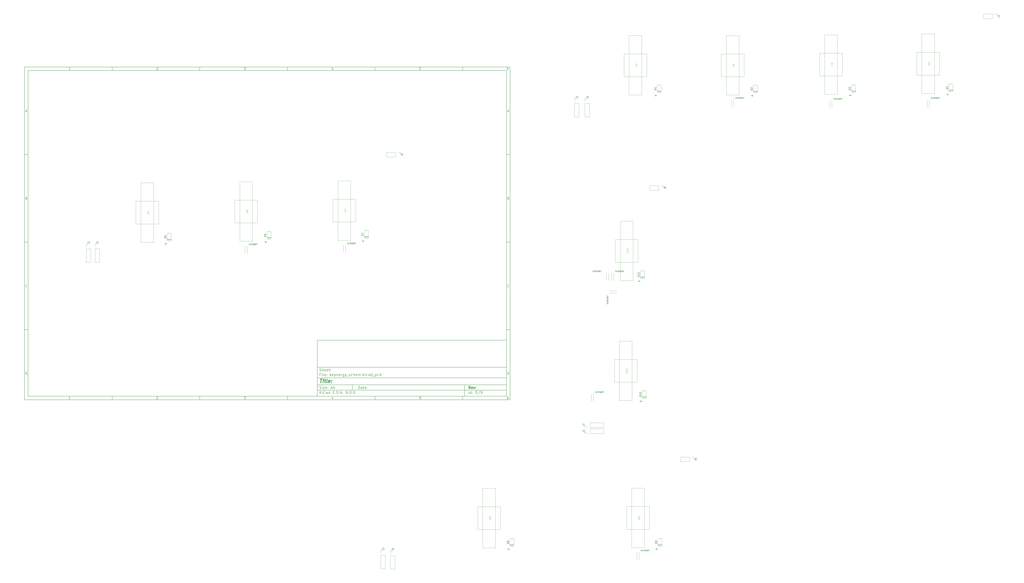
<source format=gbr>
%TF.GenerationSoftware,KiCad,Pcbnew,9.0.0*%
%TF.CreationDate,2025-04-02T13:07:29+08:00*%
%TF.ProjectId,keynergy_schem,6b65796e-6572-4677-995f-736368656d2e,rev?*%
%TF.SameCoordinates,Original*%
%TF.FileFunction,Legend,Top*%
%TF.FilePolarity,Positive*%
%FSLAX46Y46*%
G04 Gerber Fmt 4.6, Leading zero omitted, Abs format (unit mm)*
G04 Created by KiCad (PCBNEW 9.0.0) date 2025-04-02 13:07:29*
%MOMM*%
%LPD*%
G01*
G04 APERTURE LIST*
%ADD10C,0.100000*%
%ADD11C,0.150000*%
%ADD12C,0.300000*%
%ADD13C,0.400000*%
%ADD14C,0.120000*%
G04 APERTURE END LIST*
D10*
D11*
X177002200Y-166007200D02*
X285002200Y-166007200D01*
X285002200Y-198007200D01*
X177002200Y-198007200D01*
X177002200Y-166007200D01*
D10*
D11*
X10000000Y-10000000D02*
X287002200Y-10000000D01*
X287002200Y-200007200D01*
X10000000Y-200007200D01*
X10000000Y-10000000D01*
D10*
D11*
X12000000Y-12000000D02*
X285002200Y-12000000D01*
X285002200Y-198007200D01*
X12000000Y-198007200D01*
X12000000Y-12000000D01*
D10*
D11*
X60000000Y-12000000D02*
X60000000Y-10000000D01*
D10*
D11*
X110000000Y-12000000D02*
X110000000Y-10000000D01*
D10*
D11*
X160000000Y-12000000D02*
X160000000Y-10000000D01*
D10*
D11*
X210000000Y-12000000D02*
X210000000Y-10000000D01*
D10*
D11*
X260000000Y-12000000D02*
X260000000Y-10000000D01*
D10*
D11*
X36089160Y-11593604D02*
X35346303Y-11593604D01*
X35717731Y-11593604D02*
X35717731Y-10293604D01*
X35717731Y-10293604D02*
X35593922Y-10479319D01*
X35593922Y-10479319D02*
X35470112Y-10603128D01*
X35470112Y-10603128D02*
X35346303Y-10665033D01*
D10*
D11*
X85346303Y-10417414D02*
X85408207Y-10355509D01*
X85408207Y-10355509D02*
X85532017Y-10293604D01*
X85532017Y-10293604D02*
X85841541Y-10293604D01*
X85841541Y-10293604D02*
X85965350Y-10355509D01*
X85965350Y-10355509D02*
X86027255Y-10417414D01*
X86027255Y-10417414D02*
X86089160Y-10541223D01*
X86089160Y-10541223D02*
X86089160Y-10665033D01*
X86089160Y-10665033D02*
X86027255Y-10850747D01*
X86027255Y-10850747D02*
X85284398Y-11593604D01*
X85284398Y-11593604D02*
X86089160Y-11593604D01*
D10*
D11*
X135284398Y-10293604D02*
X136089160Y-10293604D01*
X136089160Y-10293604D02*
X135655826Y-10788842D01*
X135655826Y-10788842D02*
X135841541Y-10788842D01*
X135841541Y-10788842D02*
X135965350Y-10850747D01*
X135965350Y-10850747D02*
X136027255Y-10912652D01*
X136027255Y-10912652D02*
X136089160Y-11036461D01*
X136089160Y-11036461D02*
X136089160Y-11345985D01*
X136089160Y-11345985D02*
X136027255Y-11469795D01*
X136027255Y-11469795D02*
X135965350Y-11531700D01*
X135965350Y-11531700D02*
X135841541Y-11593604D01*
X135841541Y-11593604D02*
X135470112Y-11593604D01*
X135470112Y-11593604D02*
X135346303Y-11531700D01*
X135346303Y-11531700D02*
X135284398Y-11469795D01*
D10*
D11*
X185965350Y-10726938D02*
X185965350Y-11593604D01*
X185655826Y-10231700D02*
X185346303Y-11160271D01*
X185346303Y-11160271D02*
X186151064Y-11160271D01*
D10*
D11*
X236027255Y-10293604D02*
X235408207Y-10293604D01*
X235408207Y-10293604D02*
X235346303Y-10912652D01*
X235346303Y-10912652D02*
X235408207Y-10850747D01*
X235408207Y-10850747D02*
X235532017Y-10788842D01*
X235532017Y-10788842D02*
X235841541Y-10788842D01*
X235841541Y-10788842D02*
X235965350Y-10850747D01*
X235965350Y-10850747D02*
X236027255Y-10912652D01*
X236027255Y-10912652D02*
X236089160Y-11036461D01*
X236089160Y-11036461D02*
X236089160Y-11345985D01*
X236089160Y-11345985D02*
X236027255Y-11469795D01*
X236027255Y-11469795D02*
X235965350Y-11531700D01*
X235965350Y-11531700D02*
X235841541Y-11593604D01*
X235841541Y-11593604D02*
X235532017Y-11593604D01*
X235532017Y-11593604D02*
X235408207Y-11531700D01*
X235408207Y-11531700D02*
X235346303Y-11469795D01*
D10*
D11*
X285965350Y-10293604D02*
X285717731Y-10293604D01*
X285717731Y-10293604D02*
X285593922Y-10355509D01*
X285593922Y-10355509D02*
X285532017Y-10417414D01*
X285532017Y-10417414D02*
X285408207Y-10603128D01*
X285408207Y-10603128D02*
X285346303Y-10850747D01*
X285346303Y-10850747D02*
X285346303Y-11345985D01*
X285346303Y-11345985D02*
X285408207Y-11469795D01*
X285408207Y-11469795D02*
X285470112Y-11531700D01*
X285470112Y-11531700D02*
X285593922Y-11593604D01*
X285593922Y-11593604D02*
X285841541Y-11593604D01*
X285841541Y-11593604D02*
X285965350Y-11531700D01*
X285965350Y-11531700D02*
X286027255Y-11469795D01*
X286027255Y-11469795D02*
X286089160Y-11345985D01*
X286089160Y-11345985D02*
X286089160Y-11036461D01*
X286089160Y-11036461D02*
X286027255Y-10912652D01*
X286027255Y-10912652D02*
X285965350Y-10850747D01*
X285965350Y-10850747D02*
X285841541Y-10788842D01*
X285841541Y-10788842D02*
X285593922Y-10788842D01*
X285593922Y-10788842D02*
X285470112Y-10850747D01*
X285470112Y-10850747D02*
X285408207Y-10912652D01*
X285408207Y-10912652D02*
X285346303Y-11036461D01*
D10*
D11*
X60000000Y-198007200D02*
X60000000Y-200007200D01*
D10*
D11*
X110000000Y-198007200D02*
X110000000Y-200007200D01*
D10*
D11*
X160000000Y-198007200D02*
X160000000Y-200007200D01*
D10*
D11*
X210000000Y-198007200D02*
X210000000Y-200007200D01*
D10*
D11*
X260000000Y-198007200D02*
X260000000Y-200007200D01*
D10*
D11*
X36089160Y-199600804D02*
X35346303Y-199600804D01*
X35717731Y-199600804D02*
X35717731Y-198300804D01*
X35717731Y-198300804D02*
X35593922Y-198486519D01*
X35593922Y-198486519D02*
X35470112Y-198610328D01*
X35470112Y-198610328D02*
X35346303Y-198672233D01*
D10*
D11*
X85346303Y-198424614D02*
X85408207Y-198362709D01*
X85408207Y-198362709D02*
X85532017Y-198300804D01*
X85532017Y-198300804D02*
X85841541Y-198300804D01*
X85841541Y-198300804D02*
X85965350Y-198362709D01*
X85965350Y-198362709D02*
X86027255Y-198424614D01*
X86027255Y-198424614D02*
X86089160Y-198548423D01*
X86089160Y-198548423D02*
X86089160Y-198672233D01*
X86089160Y-198672233D02*
X86027255Y-198857947D01*
X86027255Y-198857947D02*
X85284398Y-199600804D01*
X85284398Y-199600804D02*
X86089160Y-199600804D01*
D10*
D11*
X135284398Y-198300804D02*
X136089160Y-198300804D01*
X136089160Y-198300804D02*
X135655826Y-198796042D01*
X135655826Y-198796042D02*
X135841541Y-198796042D01*
X135841541Y-198796042D02*
X135965350Y-198857947D01*
X135965350Y-198857947D02*
X136027255Y-198919852D01*
X136027255Y-198919852D02*
X136089160Y-199043661D01*
X136089160Y-199043661D02*
X136089160Y-199353185D01*
X136089160Y-199353185D02*
X136027255Y-199476995D01*
X136027255Y-199476995D02*
X135965350Y-199538900D01*
X135965350Y-199538900D02*
X135841541Y-199600804D01*
X135841541Y-199600804D02*
X135470112Y-199600804D01*
X135470112Y-199600804D02*
X135346303Y-199538900D01*
X135346303Y-199538900D02*
X135284398Y-199476995D01*
D10*
D11*
X185965350Y-198734138D02*
X185965350Y-199600804D01*
X185655826Y-198238900D02*
X185346303Y-199167471D01*
X185346303Y-199167471D02*
X186151064Y-199167471D01*
D10*
D11*
X236027255Y-198300804D02*
X235408207Y-198300804D01*
X235408207Y-198300804D02*
X235346303Y-198919852D01*
X235346303Y-198919852D02*
X235408207Y-198857947D01*
X235408207Y-198857947D02*
X235532017Y-198796042D01*
X235532017Y-198796042D02*
X235841541Y-198796042D01*
X235841541Y-198796042D02*
X235965350Y-198857947D01*
X235965350Y-198857947D02*
X236027255Y-198919852D01*
X236027255Y-198919852D02*
X236089160Y-199043661D01*
X236089160Y-199043661D02*
X236089160Y-199353185D01*
X236089160Y-199353185D02*
X236027255Y-199476995D01*
X236027255Y-199476995D02*
X235965350Y-199538900D01*
X235965350Y-199538900D02*
X235841541Y-199600804D01*
X235841541Y-199600804D02*
X235532017Y-199600804D01*
X235532017Y-199600804D02*
X235408207Y-199538900D01*
X235408207Y-199538900D02*
X235346303Y-199476995D01*
D10*
D11*
X285965350Y-198300804D02*
X285717731Y-198300804D01*
X285717731Y-198300804D02*
X285593922Y-198362709D01*
X285593922Y-198362709D02*
X285532017Y-198424614D01*
X285532017Y-198424614D02*
X285408207Y-198610328D01*
X285408207Y-198610328D02*
X285346303Y-198857947D01*
X285346303Y-198857947D02*
X285346303Y-199353185D01*
X285346303Y-199353185D02*
X285408207Y-199476995D01*
X285408207Y-199476995D02*
X285470112Y-199538900D01*
X285470112Y-199538900D02*
X285593922Y-199600804D01*
X285593922Y-199600804D02*
X285841541Y-199600804D01*
X285841541Y-199600804D02*
X285965350Y-199538900D01*
X285965350Y-199538900D02*
X286027255Y-199476995D01*
X286027255Y-199476995D02*
X286089160Y-199353185D01*
X286089160Y-199353185D02*
X286089160Y-199043661D01*
X286089160Y-199043661D02*
X286027255Y-198919852D01*
X286027255Y-198919852D02*
X285965350Y-198857947D01*
X285965350Y-198857947D02*
X285841541Y-198796042D01*
X285841541Y-198796042D02*
X285593922Y-198796042D01*
X285593922Y-198796042D02*
X285470112Y-198857947D01*
X285470112Y-198857947D02*
X285408207Y-198919852D01*
X285408207Y-198919852D02*
X285346303Y-199043661D01*
D10*
D11*
X10000000Y-60000000D02*
X12000000Y-60000000D01*
D10*
D11*
X10000000Y-110000000D02*
X12000000Y-110000000D01*
D10*
D11*
X10000000Y-160000000D02*
X12000000Y-160000000D01*
D10*
D11*
X10690476Y-35222176D02*
X11309523Y-35222176D01*
X10566666Y-35593604D02*
X10999999Y-34293604D01*
X10999999Y-34293604D02*
X11433333Y-35593604D01*
D10*
D11*
X11092857Y-84912652D02*
X11278571Y-84974557D01*
X11278571Y-84974557D02*
X11340476Y-85036461D01*
X11340476Y-85036461D02*
X11402380Y-85160271D01*
X11402380Y-85160271D02*
X11402380Y-85345985D01*
X11402380Y-85345985D02*
X11340476Y-85469795D01*
X11340476Y-85469795D02*
X11278571Y-85531700D01*
X11278571Y-85531700D02*
X11154761Y-85593604D01*
X11154761Y-85593604D02*
X10659523Y-85593604D01*
X10659523Y-85593604D02*
X10659523Y-84293604D01*
X10659523Y-84293604D02*
X11092857Y-84293604D01*
X11092857Y-84293604D02*
X11216666Y-84355509D01*
X11216666Y-84355509D02*
X11278571Y-84417414D01*
X11278571Y-84417414D02*
X11340476Y-84541223D01*
X11340476Y-84541223D02*
X11340476Y-84665033D01*
X11340476Y-84665033D02*
X11278571Y-84788842D01*
X11278571Y-84788842D02*
X11216666Y-84850747D01*
X11216666Y-84850747D02*
X11092857Y-84912652D01*
X11092857Y-84912652D02*
X10659523Y-84912652D01*
D10*
D11*
X11402380Y-135469795D02*
X11340476Y-135531700D01*
X11340476Y-135531700D02*
X11154761Y-135593604D01*
X11154761Y-135593604D02*
X11030952Y-135593604D01*
X11030952Y-135593604D02*
X10845238Y-135531700D01*
X10845238Y-135531700D02*
X10721428Y-135407890D01*
X10721428Y-135407890D02*
X10659523Y-135284080D01*
X10659523Y-135284080D02*
X10597619Y-135036461D01*
X10597619Y-135036461D02*
X10597619Y-134850747D01*
X10597619Y-134850747D02*
X10659523Y-134603128D01*
X10659523Y-134603128D02*
X10721428Y-134479319D01*
X10721428Y-134479319D02*
X10845238Y-134355509D01*
X10845238Y-134355509D02*
X11030952Y-134293604D01*
X11030952Y-134293604D02*
X11154761Y-134293604D01*
X11154761Y-134293604D02*
X11340476Y-134355509D01*
X11340476Y-134355509D02*
X11402380Y-134417414D01*
D10*
D11*
X10659523Y-185593604D02*
X10659523Y-184293604D01*
X10659523Y-184293604D02*
X10969047Y-184293604D01*
X10969047Y-184293604D02*
X11154761Y-184355509D01*
X11154761Y-184355509D02*
X11278571Y-184479319D01*
X11278571Y-184479319D02*
X11340476Y-184603128D01*
X11340476Y-184603128D02*
X11402380Y-184850747D01*
X11402380Y-184850747D02*
X11402380Y-185036461D01*
X11402380Y-185036461D02*
X11340476Y-185284080D01*
X11340476Y-185284080D02*
X11278571Y-185407890D01*
X11278571Y-185407890D02*
X11154761Y-185531700D01*
X11154761Y-185531700D02*
X10969047Y-185593604D01*
X10969047Y-185593604D02*
X10659523Y-185593604D01*
D10*
D11*
X287002200Y-60000000D02*
X285002200Y-60000000D01*
D10*
D11*
X287002200Y-110000000D02*
X285002200Y-110000000D01*
D10*
D11*
X287002200Y-160000000D02*
X285002200Y-160000000D01*
D10*
D11*
X285692676Y-35222176D02*
X286311723Y-35222176D01*
X285568866Y-35593604D02*
X286002199Y-34293604D01*
X286002199Y-34293604D02*
X286435533Y-35593604D01*
D10*
D11*
X286095057Y-84912652D02*
X286280771Y-84974557D01*
X286280771Y-84974557D02*
X286342676Y-85036461D01*
X286342676Y-85036461D02*
X286404580Y-85160271D01*
X286404580Y-85160271D02*
X286404580Y-85345985D01*
X286404580Y-85345985D02*
X286342676Y-85469795D01*
X286342676Y-85469795D02*
X286280771Y-85531700D01*
X286280771Y-85531700D02*
X286156961Y-85593604D01*
X286156961Y-85593604D02*
X285661723Y-85593604D01*
X285661723Y-85593604D02*
X285661723Y-84293604D01*
X285661723Y-84293604D02*
X286095057Y-84293604D01*
X286095057Y-84293604D02*
X286218866Y-84355509D01*
X286218866Y-84355509D02*
X286280771Y-84417414D01*
X286280771Y-84417414D02*
X286342676Y-84541223D01*
X286342676Y-84541223D02*
X286342676Y-84665033D01*
X286342676Y-84665033D02*
X286280771Y-84788842D01*
X286280771Y-84788842D02*
X286218866Y-84850747D01*
X286218866Y-84850747D02*
X286095057Y-84912652D01*
X286095057Y-84912652D02*
X285661723Y-84912652D01*
D10*
D11*
X286404580Y-135469795D02*
X286342676Y-135531700D01*
X286342676Y-135531700D02*
X286156961Y-135593604D01*
X286156961Y-135593604D02*
X286033152Y-135593604D01*
X286033152Y-135593604D02*
X285847438Y-135531700D01*
X285847438Y-135531700D02*
X285723628Y-135407890D01*
X285723628Y-135407890D02*
X285661723Y-135284080D01*
X285661723Y-135284080D02*
X285599819Y-135036461D01*
X285599819Y-135036461D02*
X285599819Y-134850747D01*
X285599819Y-134850747D02*
X285661723Y-134603128D01*
X285661723Y-134603128D02*
X285723628Y-134479319D01*
X285723628Y-134479319D02*
X285847438Y-134355509D01*
X285847438Y-134355509D02*
X286033152Y-134293604D01*
X286033152Y-134293604D02*
X286156961Y-134293604D01*
X286156961Y-134293604D02*
X286342676Y-134355509D01*
X286342676Y-134355509D02*
X286404580Y-134417414D01*
D10*
D11*
X285661723Y-185593604D02*
X285661723Y-184293604D01*
X285661723Y-184293604D02*
X285971247Y-184293604D01*
X285971247Y-184293604D02*
X286156961Y-184355509D01*
X286156961Y-184355509D02*
X286280771Y-184479319D01*
X286280771Y-184479319D02*
X286342676Y-184603128D01*
X286342676Y-184603128D02*
X286404580Y-184850747D01*
X286404580Y-184850747D02*
X286404580Y-185036461D01*
X286404580Y-185036461D02*
X286342676Y-185284080D01*
X286342676Y-185284080D02*
X286280771Y-185407890D01*
X286280771Y-185407890D02*
X286156961Y-185531700D01*
X286156961Y-185531700D02*
X285971247Y-185593604D01*
X285971247Y-185593604D02*
X285661723Y-185593604D01*
D10*
D11*
X200458026Y-193793328D02*
X200458026Y-192293328D01*
X200458026Y-192293328D02*
X200815169Y-192293328D01*
X200815169Y-192293328D02*
X201029455Y-192364757D01*
X201029455Y-192364757D02*
X201172312Y-192507614D01*
X201172312Y-192507614D02*
X201243741Y-192650471D01*
X201243741Y-192650471D02*
X201315169Y-192936185D01*
X201315169Y-192936185D02*
X201315169Y-193150471D01*
X201315169Y-193150471D02*
X201243741Y-193436185D01*
X201243741Y-193436185D02*
X201172312Y-193579042D01*
X201172312Y-193579042D02*
X201029455Y-193721900D01*
X201029455Y-193721900D02*
X200815169Y-193793328D01*
X200815169Y-193793328D02*
X200458026Y-193793328D01*
X202600884Y-193793328D02*
X202600884Y-193007614D01*
X202600884Y-193007614D02*
X202529455Y-192864757D01*
X202529455Y-192864757D02*
X202386598Y-192793328D01*
X202386598Y-192793328D02*
X202100884Y-192793328D01*
X202100884Y-192793328D02*
X201958026Y-192864757D01*
X202600884Y-193721900D02*
X202458026Y-193793328D01*
X202458026Y-193793328D02*
X202100884Y-193793328D01*
X202100884Y-193793328D02*
X201958026Y-193721900D01*
X201958026Y-193721900D02*
X201886598Y-193579042D01*
X201886598Y-193579042D02*
X201886598Y-193436185D01*
X201886598Y-193436185D02*
X201958026Y-193293328D01*
X201958026Y-193293328D02*
X202100884Y-193221900D01*
X202100884Y-193221900D02*
X202458026Y-193221900D01*
X202458026Y-193221900D02*
X202600884Y-193150471D01*
X203100884Y-192793328D02*
X203672312Y-192793328D01*
X203315169Y-192293328D02*
X203315169Y-193579042D01*
X203315169Y-193579042D02*
X203386598Y-193721900D01*
X203386598Y-193721900D02*
X203529455Y-193793328D01*
X203529455Y-193793328D02*
X203672312Y-193793328D01*
X204743741Y-193721900D02*
X204600884Y-193793328D01*
X204600884Y-193793328D02*
X204315170Y-193793328D01*
X204315170Y-193793328D02*
X204172312Y-193721900D01*
X204172312Y-193721900D02*
X204100884Y-193579042D01*
X204100884Y-193579042D02*
X204100884Y-193007614D01*
X204100884Y-193007614D02*
X204172312Y-192864757D01*
X204172312Y-192864757D02*
X204315170Y-192793328D01*
X204315170Y-192793328D02*
X204600884Y-192793328D01*
X204600884Y-192793328D02*
X204743741Y-192864757D01*
X204743741Y-192864757D02*
X204815170Y-193007614D01*
X204815170Y-193007614D02*
X204815170Y-193150471D01*
X204815170Y-193150471D02*
X204100884Y-193293328D01*
X205458026Y-193650471D02*
X205529455Y-193721900D01*
X205529455Y-193721900D02*
X205458026Y-193793328D01*
X205458026Y-193793328D02*
X205386598Y-193721900D01*
X205386598Y-193721900D02*
X205458026Y-193650471D01*
X205458026Y-193650471D02*
X205458026Y-193793328D01*
X205458026Y-192864757D02*
X205529455Y-192936185D01*
X205529455Y-192936185D02*
X205458026Y-193007614D01*
X205458026Y-193007614D02*
X205386598Y-192936185D01*
X205386598Y-192936185D02*
X205458026Y-192864757D01*
X205458026Y-192864757D02*
X205458026Y-193007614D01*
D10*
D11*
X177002200Y-194507200D02*
X285002200Y-194507200D01*
D10*
D11*
X178458026Y-196593328D02*
X178458026Y-195093328D01*
X179315169Y-196593328D02*
X178672312Y-195736185D01*
X179315169Y-195093328D02*
X178458026Y-195950471D01*
X179958026Y-196593328D02*
X179958026Y-195593328D01*
X179958026Y-195093328D02*
X179886598Y-195164757D01*
X179886598Y-195164757D02*
X179958026Y-195236185D01*
X179958026Y-195236185D02*
X180029455Y-195164757D01*
X180029455Y-195164757D02*
X179958026Y-195093328D01*
X179958026Y-195093328D02*
X179958026Y-195236185D01*
X181529455Y-196450471D02*
X181458027Y-196521900D01*
X181458027Y-196521900D02*
X181243741Y-196593328D01*
X181243741Y-196593328D02*
X181100884Y-196593328D01*
X181100884Y-196593328D02*
X180886598Y-196521900D01*
X180886598Y-196521900D02*
X180743741Y-196379042D01*
X180743741Y-196379042D02*
X180672312Y-196236185D01*
X180672312Y-196236185D02*
X180600884Y-195950471D01*
X180600884Y-195950471D02*
X180600884Y-195736185D01*
X180600884Y-195736185D02*
X180672312Y-195450471D01*
X180672312Y-195450471D02*
X180743741Y-195307614D01*
X180743741Y-195307614D02*
X180886598Y-195164757D01*
X180886598Y-195164757D02*
X181100884Y-195093328D01*
X181100884Y-195093328D02*
X181243741Y-195093328D01*
X181243741Y-195093328D02*
X181458027Y-195164757D01*
X181458027Y-195164757D02*
X181529455Y-195236185D01*
X182815170Y-196593328D02*
X182815170Y-195807614D01*
X182815170Y-195807614D02*
X182743741Y-195664757D01*
X182743741Y-195664757D02*
X182600884Y-195593328D01*
X182600884Y-195593328D02*
X182315170Y-195593328D01*
X182315170Y-195593328D02*
X182172312Y-195664757D01*
X182815170Y-196521900D02*
X182672312Y-196593328D01*
X182672312Y-196593328D02*
X182315170Y-196593328D01*
X182315170Y-196593328D02*
X182172312Y-196521900D01*
X182172312Y-196521900D02*
X182100884Y-196379042D01*
X182100884Y-196379042D02*
X182100884Y-196236185D01*
X182100884Y-196236185D02*
X182172312Y-196093328D01*
X182172312Y-196093328D02*
X182315170Y-196021900D01*
X182315170Y-196021900D02*
X182672312Y-196021900D01*
X182672312Y-196021900D02*
X182815170Y-195950471D01*
X184172313Y-196593328D02*
X184172313Y-195093328D01*
X184172313Y-196521900D02*
X184029455Y-196593328D01*
X184029455Y-196593328D02*
X183743741Y-196593328D01*
X183743741Y-196593328D02*
X183600884Y-196521900D01*
X183600884Y-196521900D02*
X183529455Y-196450471D01*
X183529455Y-196450471D02*
X183458027Y-196307614D01*
X183458027Y-196307614D02*
X183458027Y-195879042D01*
X183458027Y-195879042D02*
X183529455Y-195736185D01*
X183529455Y-195736185D02*
X183600884Y-195664757D01*
X183600884Y-195664757D02*
X183743741Y-195593328D01*
X183743741Y-195593328D02*
X184029455Y-195593328D01*
X184029455Y-195593328D02*
X184172313Y-195664757D01*
X186029455Y-195807614D02*
X186529455Y-195807614D01*
X186743741Y-196593328D02*
X186029455Y-196593328D01*
X186029455Y-196593328D02*
X186029455Y-195093328D01*
X186029455Y-195093328D02*
X186743741Y-195093328D01*
X187386598Y-196450471D02*
X187458027Y-196521900D01*
X187458027Y-196521900D02*
X187386598Y-196593328D01*
X187386598Y-196593328D02*
X187315170Y-196521900D01*
X187315170Y-196521900D02*
X187386598Y-196450471D01*
X187386598Y-196450471D02*
X187386598Y-196593328D01*
X188100884Y-196593328D02*
X188100884Y-195093328D01*
X188100884Y-195093328D02*
X188458027Y-195093328D01*
X188458027Y-195093328D02*
X188672313Y-195164757D01*
X188672313Y-195164757D02*
X188815170Y-195307614D01*
X188815170Y-195307614D02*
X188886599Y-195450471D01*
X188886599Y-195450471D02*
X188958027Y-195736185D01*
X188958027Y-195736185D02*
X188958027Y-195950471D01*
X188958027Y-195950471D02*
X188886599Y-196236185D01*
X188886599Y-196236185D02*
X188815170Y-196379042D01*
X188815170Y-196379042D02*
X188672313Y-196521900D01*
X188672313Y-196521900D02*
X188458027Y-196593328D01*
X188458027Y-196593328D02*
X188100884Y-196593328D01*
X189600884Y-196450471D02*
X189672313Y-196521900D01*
X189672313Y-196521900D02*
X189600884Y-196593328D01*
X189600884Y-196593328D02*
X189529456Y-196521900D01*
X189529456Y-196521900D02*
X189600884Y-196450471D01*
X189600884Y-196450471D02*
X189600884Y-196593328D01*
X190243742Y-196164757D02*
X190958028Y-196164757D01*
X190100885Y-196593328D02*
X190600885Y-195093328D01*
X190600885Y-195093328D02*
X191100885Y-196593328D01*
X191600884Y-196450471D02*
X191672313Y-196521900D01*
X191672313Y-196521900D02*
X191600884Y-196593328D01*
X191600884Y-196593328D02*
X191529456Y-196521900D01*
X191529456Y-196521900D02*
X191600884Y-196450471D01*
X191600884Y-196450471D02*
X191600884Y-196593328D01*
X193529456Y-196593328D02*
X193815170Y-196593328D01*
X193815170Y-196593328D02*
X193958027Y-196521900D01*
X193958027Y-196521900D02*
X194029456Y-196450471D01*
X194029456Y-196450471D02*
X194172313Y-196236185D01*
X194172313Y-196236185D02*
X194243742Y-195950471D01*
X194243742Y-195950471D02*
X194243742Y-195379042D01*
X194243742Y-195379042D02*
X194172313Y-195236185D01*
X194172313Y-195236185D02*
X194100885Y-195164757D01*
X194100885Y-195164757D02*
X193958027Y-195093328D01*
X193958027Y-195093328D02*
X193672313Y-195093328D01*
X193672313Y-195093328D02*
X193529456Y-195164757D01*
X193529456Y-195164757D02*
X193458027Y-195236185D01*
X193458027Y-195236185D02*
X193386599Y-195379042D01*
X193386599Y-195379042D02*
X193386599Y-195736185D01*
X193386599Y-195736185D02*
X193458027Y-195879042D01*
X193458027Y-195879042D02*
X193529456Y-195950471D01*
X193529456Y-195950471D02*
X193672313Y-196021900D01*
X193672313Y-196021900D02*
X193958027Y-196021900D01*
X193958027Y-196021900D02*
X194100885Y-195950471D01*
X194100885Y-195950471D02*
X194172313Y-195879042D01*
X194172313Y-195879042D02*
X194243742Y-195736185D01*
X194886598Y-196450471D02*
X194958027Y-196521900D01*
X194958027Y-196521900D02*
X194886598Y-196593328D01*
X194886598Y-196593328D02*
X194815170Y-196521900D01*
X194815170Y-196521900D02*
X194886598Y-196450471D01*
X194886598Y-196450471D02*
X194886598Y-196593328D01*
X195886599Y-195093328D02*
X196029456Y-195093328D01*
X196029456Y-195093328D02*
X196172313Y-195164757D01*
X196172313Y-195164757D02*
X196243742Y-195236185D01*
X196243742Y-195236185D02*
X196315170Y-195379042D01*
X196315170Y-195379042D02*
X196386599Y-195664757D01*
X196386599Y-195664757D02*
X196386599Y-196021900D01*
X196386599Y-196021900D02*
X196315170Y-196307614D01*
X196315170Y-196307614D02*
X196243742Y-196450471D01*
X196243742Y-196450471D02*
X196172313Y-196521900D01*
X196172313Y-196521900D02*
X196029456Y-196593328D01*
X196029456Y-196593328D02*
X195886599Y-196593328D01*
X195886599Y-196593328D02*
X195743742Y-196521900D01*
X195743742Y-196521900D02*
X195672313Y-196450471D01*
X195672313Y-196450471D02*
X195600884Y-196307614D01*
X195600884Y-196307614D02*
X195529456Y-196021900D01*
X195529456Y-196021900D02*
X195529456Y-195664757D01*
X195529456Y-195664757D02*
X195600884Y-195379042D01*
X195600884Y-195379042D02*
X195672313Y-195236185D01*
X195672313Y-195236185D02*
X195743742Y-195164757D01*
X195743742Y-195164757D02*
X195886599Y-195093328D01*
X197029455Y-196450471D02*
X197100884Y-196521900D01*
X197100884Y-196521900D02*
X197029455Y-196593328D01*
X197029455Y-196593328D02*
X196958027Y-196521900D01*
X196958027Y-196521900D02*
X197029455Y-196450471D01*
X197029455Y-196450471D02*
X197029455Y-196593328D01*
X198029456Y-195093328D02*
X198172313Y-195093328D01*
X198172313Y-195093328D02*
X198315170Y-195164757D01*
X198315170Y-195164757D02*
X198386599Y-195236185D01*
X198386599Y-195236185D02*
X198458027Y-195379042D01*
X198458027Y-195379042D02*
X198529456Y-195664757D01*
X198529456Y-195664757D02*
X198529456Y-196021900D01*
X198529456Y-196021900D02*
X198458027Y-196307614D01*
X198458027Y-196307614D02*
X198386599Y-196450471D01*
X198386599Y-196450471D02*
X198315170Y-196521900D01*
X198315170Y-196521900D02*
X198172313Y-196593328D01*
X198172313Y-196593328D02*
X198029456Y-196593328D01*
X198029456Y-196593328D02*
X197886599Y-196521900D01*
X197886599Y-196521900D02*
X197815170Y-196450471D01*
X197815170Y-196450471D02*
X197743741Y-196307614D01*
X197743741Y-196307614D02*
X197672313Y-196021900D01*
X197672313Y-196021900D02*
X197672313Y-195664757D01*
X197672313Y-195664757D02*
X197743741Y-195379042D01*
X197743741Y-195379042D02*
X197815170Y-195236185D01*
X197815170Y-195236185D02*
X197886599Y-195164757D01*
X197886599Y-195164757D02*
X198029456Y-195093328D01*
D10*
D11*
X177002200Y-191507200D02*
X285002200Y-191507200D01*
D10*
D12*
X264413853Y-193785528D02*
X263913853Y-193071242D01*
X263556710Y-193785528D02*
X263556710Y-192285528D01*
X263556710Y-192285528D02*
X264128139Y-192285528D01*
X264128139Y-192285528D02*
X264270996Y-192356957D01*
X264270996Y-192356957D02*
X264342425Y-192428385D01*
X264342425Y-192428385D02*
X264413853Y-192571242D01*
X264413853Y-192571242D02*
X264413853Y-192785528D01*
X264413853Y-192785528D02*
X264342425Y-192928385D01*
X264342425Y-192928385D02*
X264270996Y-192999814D01*
X264270996Y-192999814D02*
X264128139Y-193071242D01*
X264128139Y-193071242D02*
X263556710Y-193071242D01*
X265628139Y-193714100D02*
X265485282Y-193785528D01*
X265485282Y-193785528D02*
X265199568Y-193785528D01*
X265199568Y-193785528D02*
X265056710Y-193714100D01*
X265056710Y-193714100D02*
X264985282Y-193571242D01*
X264985282Y-193571242D02*
X264985282Y-192999814D01*
X264985282Y-192999814D02*
X265056710Y-192856957D01*
X265056710Y-192856957D02*
X265199568Y-192785528D01*
X265199568Y-192785528D02*
X265485282Y-192785528D01*
X265485282Y-192785528D02*
X265628139Y-192856957D01*
X265628139Y-192856957D02*
X265699568Y-192999814D01*
X265699568Y-192999814D02*
X265699568Y-193142671D01*
X265699568Y-193142671D02*
X264985282Y-193285528D01*
X266199567Y-192785528D02*
X266556710Y-193785528D01*
X266556710Y-193785528D02*
X266913853Y-192785528D01*
X267485281Y-193642671D02*
X267556710Y-193714100D01*
X267556710Y-193714100D02*
X267485281Y-193785528D01*
X267485281Y-193785528D02*
X267413853Y-193714100D01*
X267413853Y-193714100D02*
X267485281Y-193642671D01*
X267485281Y-193642671D02*
X267485281Y-193785528D01*
X267485281Y-192856957D02*
X267556710Y-192928385D01*
X267556710Y-192928385D02*
X267485281Y-192999814D01*
X267485281Y-192999814D02*
X267413853Y-192928385D01*
X267413853Y-192928385D02*
X267485281Y-192856957D01*
X267485281Y-192856957D02*
X267485281Y-192999814D01*
D10*
D11*
X178386598Y-193721900D02*
X178600884Y-193793328D01*
X178600884Y-193793328D02*
X178958026Y-193793328D01*
X178958026Y-193793328D02*
X179100884Y-193721900D01*
X179100884Y-193721900D02*
X179172312Y-193650471D01*
X179172312Y-193650471D02*
X179243741Y-193507614D01*
X179243741Y-193507614D02*
X179243741Y-193364757D01*
X179243741Y-193364757D02*
X179172312Y-193221900D01*
X179172312Y-193221900D02*
X179100884Y-193150471D01*
X179100884Y-193150471D02*
X178958026Y-193079042D01*
X178958026Y-193079042D02*
X178672312Y-193007614D01*
X178672312Y-193007614D02*
X178529455Y-192936185D01*
X178529455Y-192936185D02*
X178458026Y-192864757D01*
X178458026Y-192864757D02*
X178386598Y-192721900D01*
X178386598Y-192721900D02*
X178386598Y-192579042D01*
X178386598Y-192579042D02*
X178458026Y-192436185D01*
X178458026Y-192436185D02*
X178529455Y-192364757D01*
X178529455Y-192364757D02*
X178672312Y-192293328D01*
X178672312Y-192293328D02*
X179029455Y-192293328D01*
X179029455Y-192293328D02*
X179243741Y-192364757D01*
X179886597Y-193793328D02*
X179886597Y-192793328D01*
X179886597Y-192293328D02*
X179815169Y-192364757D01*
X179815169Y-192364757D02*
X179886597Y-192436185D01*
X179886597Y-192436185D02*
X179958026Y-192364757D01*
X179958026Y-192364757D02*
X179886597Y-192293328D01*
X179886597Y-192293328D02*
X179886597Y-192436185D01*
X180458026Y-192793328D02*
X181243741Y-192793328D01*
X181243741Y-192793328D02*
X180458026Y-193793328D01*
X180458026Y-193793328D02*
X181243741Y-193793328D01*
X182386598Y-193721900D02*
X182243741Y-193793328D01*
X182243741Y-193793328D02*
X181958027Y-193793328D01*
X181958027Y-193793328D02*
X181815169Y-193721900D01*
X181815169Y-193721900D02*
X181743741Y-193579042D01*
X181743741Y-193579042D02*
X181743741Y-193007614D01*
X181743741Y-193007614D02*
X181815169Y-192864757D01*
X181815169Y-192864757D02*
X181958027Y-192793328D01*
X181958027Y-192793328D02*
X182243741Y-192793328D01*
X182243741Y-192793328D02*
X182386598Y-192864757D01*
X182386598Y-192864757D02*
X182458027Y-193007614D01*
X182458027Y-193007614D02*
X182458027Y-193150471D01*
X182458027Y-193150471D02*
X181743741Y-193293328D01*
X183100883Y-193650471D02*
X183172312Y-193721900D01*
X183172312Y-193721900D02*
X183100883Y-193793328D01*
X183100883Y-193793328D02*
X183029455Y-193721900D01*
X183029455Y-193721900D02*
X183100883Y-193650471D01*
X183100883Y-193650471D02*
X183100883Y-193793328D01*
X183100883Y-192864757D02*
X183172312Y-192936185D01*
X183172312Y-192936185D02*
X183100883Y-193007614D01*
X183100883Y-193007614D02*
X183029455Y-192936185D01*
X183029455Y-192936185D02*
X183100883Y-192864757D01*
X183100883Y-192864757D02*
X183100883Y-193007614D01*
X184886598Y-193364757D02*
X185600884Y-193364757D01*
X184743741Y-193793328D02*
X185243741Y-192293328D01*
X185243741Y-192293328D02*
X185743741Y-193793328D01*
X186886598Y-192793328D02*
X186886598Y-193793328D01*
X186529455Y-192221900D02*
X186172312Y-193293328D01*
X186172312Y-193293328D02*
X187100883Y-193293328D01*
D10*
D11*
X263458026Y-196593328D02*
X263458026Y-195093328D01*
X264815170Y-196593328D02*
X264815170Y-195093328D01*
X264815170Y-196521900D02*
X264672312Y-196593328D01*
X264672312Y-196593328D02*
X264386598Y-196593328D01*
X264386598Y-196593328D02*
X264243741Y-196521900D01*
X264243741Y-196521900D02*
X264172312Y-196450471D01*
X264172312Y-196450471D02*
X264100884Y-196307614D01*
X264100884Y-196307614D02*
X264100884Y-195879042D01*
X264100884Y-195879042D02*
X264172312Y-195736185D01*
X264172312Y-195736185D02*
X264243741Y-195664757D01*
X264243741Y-195664757D02*
X264386598Y-195593328D01*
X264386598Y-195593328D02*
X264672312Y-195593328D01*
X264672312Y-195593328D02*
X264815170Y-195664757D01*
X265529455Y-196450471D02*
X265600884Y-196521900D01*
X265600884Y-196521900D02*
X265529455Y-196593328D01*
X265529455Y-196593328D02*
X265458027Y-196521900D01*
X265458027Y-196521900D02*
X265529455Y-196450471D01*
X265529455Y-196450471D02*
X265529455Y-196593328D01*
X265529455Y-195664757D02*
X265600884Y-195736185D01*
X265600884Y-195736185D02*
X265529455Y-195807614D01*
X265529455Y-195807614D02*
X265458027Y-195736185D01*
X265458027Y-195736185D02*
X265529455Y-195664757D01*
X265529455Y-195664757D02*
X265529455Y-195807614D01*
X268100884Y-195093328D02*
X267386598Y-195093328D01*
X267386598Y-195093328D02*
X267315170Y-195807614D01*
X267315170Y-195807614D02*
X267386598Y-195736185D01*
X267386598Y-195736185D02*
X267529456Y-195664757D01*
X267529456Y-195664757D02*
X267886598Y-195664757D01*
X267886598Y-195664757D02*
X268029456Y-195736185D01*
X268029456Y-195736185D02*
X268100884Y-195807614D01*
X268100884Y-195807614D02*
X268172313Y-195950471D01*
X268172313Y-195950471D02*
X268172313Y-196307614D01*
X268172313Y-196307614D02*
X268100884Y-196450471D01*
X268100884Y-196450471D02*
X268029456Y-196521900D01*
X268029456Y-196521900D02*
X267886598Y-196593328D01*
X267886598Y-196593328D02*
X267529456Y-196593328D01*
X267529456Y-196593328D02*
X267386598Y-196521900D01*
X267386598Y-196521900D02*
X267315170Y-196450471D01*
X269886598Y-195021900D02*
X268600884Y-196950471D01*
X270458027Y-196593328D02*
X270743741Y-196593328D01*
X270743741Y-196593328D02*
X270886598Y-196521900D01*
X270886598Y-196521900D02*
X270958027Y-196450471D01*
X270958027Y-196450471D02*
X271100884Y-196236185D01*
X271100884Y-196236185D02*
X271172313Y-195950471D01*
X271172313Y-195950471D02*
X271172313Y-195379042D01*
X271172313Y-195379042D02*
X271100884Y-195236185D01*
X271100884Y-195236185D02*
X271029456Y-195164757D01*
X271029456Y-195164757D02*
X270886598Y-195093328D01*
X270886598Y-195093328D02*
X270600884Y-195093328D01*
X270600884Y-195093328D02*
X270458027Y-195164757D01*
X270458027Y-195164757D02*
X270386598Y-195236185D01*
X270386598Y-195236185D02*
X270315170Y-195379042D01*
X270315170Y-195379042D02*
X270315170Y-195736185D01*
X270315170Y-195736185D02*
X270386598Y-195879042D01*
X270386598Y-195879042D02*
X270458027Y-195950471D01*
X270458027Y-195950471D02*
X270600884Y-196021900D01*
X270600884Y-196021900D02*
X270886598Y-196021900D01*
X270886598Y-196021900D02*
X271029456Y-195950471D01*
X271029456Y-195950471D02*
X271100884Y-195879042D01*
X271100884Y-195879042D02*
X271172313Y-195736185D01*
D10*
D11*
X177002200Y-187507200D02*
X285002200Y-187507200D01*
D10*
D13*
X178693928Y-188211638D02*
X179836785Y-188211638D01*
X179015357Y-190211638D02*
X179265357Y-188211638D01*
X180253452Y-190211638D02*
X180420119Y-188878304D01*
X180503452Y-188211638D02*
X180396309Y-188306876D01*
X180396309Y-188306876D02*
X180479643Y-188402114D01*
X180479643Y-188402114D02*
X180586786Y-188306876D01*
X180586786Y-188306876D02*
X180503452Y-188211638D01*
X180503452Y-188211638D02*
X180479643Y-188402114D01*
X181086786Y-188878304D02*
X181848690Y-188878304D01*
X181455833Y-188211638D02*
X181241548Y-189925923D01*
X181241548Y-189925923D02*
X181312976Y-190116400D01*
X181312976Y-190116400D02*
X181491548Y-190211638D01*
X181491548Y-190211638D02*
X181682024Y-190211638D01*
X182634405Y-190211638D02*
X182455833Y-190116400D01*
X182455833Y-190116400D02*
X182384405Y-189925923D01*
X182384405Y-189925923D02*
X182598690Y-188211638D01*
X184170119Y-190116400D02*
X183967738Y-190211638D01*
X183967738Y-190211638D02*
X183586785Y-190211638D01*
X183586785Y-190211638D02*
X183408214Y-190116400D01*
X183408214Y-190116400D02*
X183336785Y-189925923D01*
X183336785Y-189925923D02*
X183432024Y-189164019D01*
X183432024Y-189164019D02*
X183551071Y-188973542D01*
X183551071Y-188973542D02*
X183753452Y-188878304D01*
X183753452Y-188878304D02*
X184134404Y-188878304D01*
X184134404Y-188878304D02*
X184312976Y-188973542D01*
X184312976Y-188973542D02*
X184384404Y-189164019D01*
X184384404Y-189164019D02*
X184360595Y-189354495D01*
X184360595Y-189354495D02*
X183384404Y-189544971D01*
X185134405Y-190021161D02*
X185217738Y-190116400D01*
X185217738Y-190116400D02*
X185110595Y-190211638D01*
X185110595Y-190211638D02*
X185027262Y-190116400D01*
X185027262Y-190116400D02*
X185134405Y-190021161D01*
X185134405Y-190021161D02*
X185110595Y-190211638D01*
X185265357Y-188973542D02*
X185348690Y-189068780D01*
X185348690Y-189068780D02*
X185241548Y-189164019D01*
X185241548Y-189164019D02*
X185158214Y-189068780D01*
X185158214Y-189068780D02*
X185265357Y-188973542D01*
X185265357Y-188973542D02*
X185241548Y-189164019D01*
D10*
D11*
X178958026Y-185607614D02*
X178458026Y-185607614D01*
X178458026Y-186393328D02*
X178458026Y-184893328D01*
X178458026Y-184893328D02*
X179172312Y-184893328D01*
X179743740Y-186393328D02*
X179743740Y-185393328D01*
X179743740Y-184893328D02*
X179672312Y-184964757D01*
X179672312Y-184964757D02*
X179743740Y-185036185D01*
X179743740Y-185036185D02*
X179815169Y-184964757D01*
X179815169Y-184964757D02*
X179743740Y-184893328D01*
X179743740Y-184893328D02*
X179743740Y-185036185D01*
X180672312Y-186393328D02*
X180529455Y-186321900D01*
X180529455Y-186321900D02*
X180458026Y-186179042D01*
X180458026Y-186179042D02*
X180458026Y-184893328D01*
X181815169Y-186321900D02*
X181672312Y-186393328D01*
X181672312Y-186393328D02*
X181386598Y-186393328D01*
X181386598Y-186393328D02*
X181243740Y-186321900D01*
X181243740Y-186321900D02*
X181172312Y-186179042D01*
X181172312Y-186179042D02*
X181172312Y-185607614D01*
X181172312Y-185607614D02*
X181243740Y-185464757D01*
X181243740Y-185464757D02*
X181386598Y-185393328D01*
X181386598Y-185393328D02*
X181672312Y-185393328D01*
X181672312Y-185393328D02*
X181815169Y-185464757D01*
X181815169Y-185464757D02*
X181886598Y-185607614D01*
X181886598Y-185607614D02*
X181886598Y-185750471D01*
X181886598Y-185750471D02*
X181172312Y-185893328D01*
X182529454Y-186250471D02*
X182600883Y-186321900D01*
X182600883Y-186321900D02*
X182529454Y-186393328D01*
X182529454Y-186393328D02*
X182458026Y-186321900D01*
X182458026Y-186321900D02*
X182529454Y-186250471D01*
X182529454Y-186250471D02*
X182529454Y-186393328D01*
X182529454Y-185464757D02*
X182600883Y-185536185D01*
X182600883Y-185536185D02*
X182529454Y-185607614D01*
X182529454Y-185607614D02*
X182458026Y-185536185D01*
X182458026Y-185536185D02*
X182529454Y-185464757D01*
X182529454Y-185464757D02*
X182529454Y-185607614D01*
X184386597Y-186393328D02*
X184386597Y-184893328D01*
X184529455Y-185821900D02*
X184958026Y-186393328D01*
X184958026Y-185393328D02*
X184386597Y-185964757D01*
X186172312Y-186321900D02*
X186029455Y-186393328D01*
X186029455Y-186393328D02*
X185743741Y-186393328D01*
X185743741Y-186393328D02*
X185600883Y-186321900D01*
X185600883Y-186321900D02*
X185529455Y-186179042D01*
X185529455Y-186179042D02*
X185529455Y-185607614D01*
X185529455Y-185607614D02*
X185600883Y-185464757D01*
X185600883Y-185464757D02*
X185743741Y-185393328D01*
X185743741Y-185393328D02*
X186029455Y-185393328D01*
X186029455Y-185393328D02*
X186172312Y-185464757D01*
X186172312Y-185464757D02*
X186243741Y-185607614D01*
X186243741Y-185607614D02*
X186243741Y-185750471D01*
X186243741Y-185750471D02*
X185529455Y-185893328D01*
X186743740Y-185393328D02*
X187100883Y-186393328D01*
X187458026Y-185393328D02*
X187100883Y-186393328D01*
X187100883Y-186393328D02*
X186958026Y-186750471D01*
X186958026Y-186750471D02*
X186886597Y-186821900D01*
X186886597Y-186821900D02*
X186743740Y-186893328D01*
X188029454Y-185393328D02*
X188029454Y-186393328D01*
X188029454Y-185536185D02*
X188100883Y-185464757D01*
X188100883Y-185464757D02*
X188243740Y-185393328D01*
X188243740Y-185393328D02*
X188458026Y-185393328D01*
X188458026Y-185393328D02*
X188600883Y-185464757D01*
X188600883Y-185464757D02*
X188672312Y-185607614D01*
X188672312Y-185607614D02*
X188672312Y-186393328D01*
X189958026Y-186321900D02*
X189815169Y-186393328D01*
X189815169Y-186393328D02*
X189529455Y-186393328D01*
X189529455Y-186393328D02*
X189386597Y-186321900D01*
X189386597Y-186321900D02*
X189315169Y-186179042D01*
X189315169Y-186179042D02*
X189315169Y-185607614D01*
X189315169Y-185607614D02*
X189386597Y-185464757D01*
X189386597Y-185464757D02*
X189529455Y-185393328D01*
X189529455Y-185393328D02*
X189815169Y-185393328D01*
X189815169Y-185393328D02*
X189958026Y-185464757D01*
X189958026Y-185464757D02*
X190029455Y-185607614D01*
X190029455Y-185607614D02*
X190029455Y-185750471D01*
X190029455Y-185750471D02*
X189315169Y-185893328D01*
X190672311Y-186393328D02*
X190672311Y-185393328D01*
X190672311Y-185679042D02*
X190743740Y-185536185D01*
X190743740Y-185536185D02*
X190815169Y-185464757D01*
X190815169Y-185464757D02*
X190958026Y-185393328D01*
X190958026Y-185393328D02*
X191100883Y-185393328D01*
X192243740Y-185393328D02*
X192243740Y-186607614D01*
X192243740Y-186607614D02*
X192172311Y-186750471D01*
X192172311Y-186750471D02*
X192100882Y-186821900D01*
X192100882Y-186821900D02*
X191958025Y-186893328D01*
X191958025Y-186893328D02*
X191743740Y-186893328D01*
X191743740Y-186893328D02*
X191600882Y-186821900D01*
X192243740Y-186321900D02*
X192100882Y-186393328D01*
X192100882Y-186393328D02*
X191815168Y-186393328D01*
X191815168Y-186393328D02*
X191672311Y-186321900D01*
X191672311Y-186321900D02*
X191600882Y-186250471D01*
X191600882Y-186250471D02*
X191529454Y-186107614D01*
X191529454Y-186107614D02*
X191529454Y-185679042D01*
X191529454Y-185679042D02*
X191600882Y-185536185D01*
X191600882Y-185536185D02*
X191672311Y-185464757D01*
X191672311Y-185464757D02*
X191815168Y-185393328D01*
X191815168Y-185393328D02*
X192100882Y-185393328D01*
X192100882Y-185393328D02*
X192243740Y-185464757D01*
X192815168Y-185393328D02*
X193172311Y-186393328D01*
X193529454Y-185393328D02*
X193172311Y-186393328D01*
X193172311Y-186393328D02*
X193029454Y-186750471D01*
X193029454Y-186750471D02*
X192958025Y-186821900D01*
X192958025Y-186821900D02*
X192815168Y-186893328D01*
X193743740Y-186536185D02*
X194886597Y-186536185D01*
X195172311Y-186321900D02*
X195315168Y-186393328D01*
X195315168Y-186393328D02*
X195600882Y-186393328D01*
X195600882Y-186393328D02*
X195743739Y-186321900D01*
X195743739Y-186321900D02*
X195815168Y-186179042D01*
X195815168Y-186179042D02*
X195815168Y-186107614D01*
X195815168Y-186107614D02*
X195743739Y-185964757D01*
X195743739Y-185964757D02*
X195600882Y-185893328D01*
X195600882Y-185893328D02*
X195386597Y-185893328D01*
X195386597Y-185893328D02*
X195243739Y-185821900D01*
X195243739Y-185821900D02*
X195172311Y-185679042D01*
X195172311Y-185679042D02*
X195172311Y-185607614D01*
X195172311Y-185607614D02*
X195243739Y-185464757D01*
X195243739Y-185464757D02*
X195386597Y-185393328D01*
X195386597Y-185393328D02*
X195600882Y-185393328D01*
X195600882Y-185393328D02*
X195743739Y-185464757D01*
X197100883Y-186321900D02*
X196958025Y-186393328D01*
X196958025Y-186393328D02*
X196672311Y-186393328D01*
X196672311Y-186393328D02*
X196529454Y-186321900D01*
X196529454Y-186321900D02*
X196458025Y-186250471D01*
X196458025Y-186250471D02*
X196386597Y-186107614D01*
X196386597Y-186107614D02*
X196386597Y-185679042D01*
X196386597Y-185679042D02*
X196458025Y-185536185D01*
X196458025Y-185536185D02*
X196529454Y-185464757D01*
X196529454Y-185464757D02*
X196672311Y-185393328D01*
X196672311Y-185393328D02*
X196958025Y-185393328D01*
X196958025Y-185393328D02*
X197100883Y-185464757D01*
X197743739Y-186393328D02*
X197743739Y-184893328D01*
X198386597Y-186393328D02*
X198386597Y-185607614D01*
X198386597Y-185607614D02*
X198315168Y-185464757D01*
X198315168Y-185464757D02*
X198172311Y-185393328D01*
X198172311Y-185393328D02*
X197958025Y-185393328D01*
X197958025Y-185393328D02*
X197815168Y-185464757D01*
X197815168Y-185464757D02*
X197743739Y-185536185D01*
X199672311Y-186321900D02*
X199529454Y-186393328D01*
X199529454Y-186393328D02*
X199243740Y-186393328D01*
X199243740Y-186393328D02*
X199100882Y-186321900D01*
X199100882Y-186321900D02*
X199029454Y-186179042D01*
X199029454Y-186179042D02*
X199029454Y-185607614D01*
X199029454Y-185607614D02*
X199100882Y-185464757D01*
X199100882Y-185464757D02*
X199243740Y-185393328D01*
X199243740Y-185393328D02*
X199529454Y-185393328D01*
X199529454Y-185393328D02*
X199672311Y-185464757D01*
X199672311Y-185464757D02*
X199743740Y-185607614D01*
X199743740Y-185607614D02*
X199743740Y-185750471D01*
X199743740Y-185750471D02*
X199029454Y-185893328D01*
X200386596Y-186393328D02*
X200386596Y-185393328D01*
X200386596Y-185536185D02*
X200458025Y-185464757D01*
X200458025Y-185464757D02*
X200600882Y-185393328D01*
X200600882Y-185393328D02*
X200815168Y-185393328D01*
X200815168Y-185393328D02*
X200958025Y-185464757D01*
X200958025Y-185464757D02*
X201029454Y-185607614D01*
X201029454Y-185607614D02*
X201029454Y-186393328D01*
X201029454Y-185607614D02*
X201100882Y-185464757D01*
X201100882Y-185464757D02*
X201243739Y-185393328D01*
X201243739Y-185393328D02*
X201458025Y-185393328D01*
X201458025Y-185393328D02*
X201600882Y-185464757D01*
X201600882Y-185464757D02*
X201672311Y-185607614D01*
X201672311Y-185607614D02*
X201672311Y-186393328D01*
X202386596Y-186250471D02*
X202458025Y-186321900D01*
X202458025Y-186321900D02*
X202386596Y-186393328D01*
X202386596Y-186393328D02*
X202315168Y-186321900D01*
X202315168Y-186321900D02*
X202386596Y-186250471D01*
X202386596Y-186250471D02*
X202386596Y-186393328D01*
X203100882Y-186393328D02*
X203100882Y-184893328D01*
X203243740Y-185821900D02*
X203672311Y-186393328D01*
X203672311Y-185393328D02*
X203100882Y-185964757D01*
X204315168Y-186393328D02*
X204315168Y-185393328D01*
X204315168Y-184893328D02*
X204243740Y-184964757D01*
X204243740Y-184964757D02*
X204315168Y-185036185D01*
X204315168Y-185036185D02*
X204386597Y-184964757D01*
X204386597Y-184964757D02*
X204315168Y-184893328D01*
X204315168Y-184893328D02*
X204315168Y-185036185D01*
X205672312Y-186321900D02*
X205529454Y-186393328D01*
X205529454Y-186393328D02*
X205243740Y-186393328D01*
X205243740Y-186393328D02*
X205100883Y-186321900D01*
X205100883Y-186321900D02*
X205029454Y-186250471D01*
X205029454Y-186250471D02*
X204958026Y-186107614D01*
X204958026Y-186107614D02*
X204958026Y-185679042D01*
X204958026Y-185679042D02*
X205029454Y-185536185D01*
X205029454Y-185536185D02*
X205100883Y-185464757D01*
X205100883Y-185464757D02*
X205243740Y-185393328D01*
X205243740Y-185393328D02*
X205529454Y-185393328D01*
X205529454Y-185393328D02*
X205672312Y-185464757D01*
X206958026Y-186393328D02*
X206958026Y-185607614D01*
X206958026Y-185607614D02*
X206886597Y-185464757D01*
X206886597Y-185464757D02*
X206743740Y-185393328D01*
X206743740Y-185393328D02*
X206458026Y-185393328D01*
X206458026Y-185393328D02*
X206315168Y-185464757D01*
X206958026Y-186321900D02*
X206815168Y-186393328D01*
X206815168Y-186393328D02*
X206458026Y-186393328D01*
X206458026Y-186393328D02*
X206315168Y-186321900D01*
X206315168Y-186321900D02*
X206243740Y-186179042D01*
X206243740Y-186179042D02*
X206243740Y-186036185D01*
X206243740Y-186036185D02*
X206315168Y-185893328D01*
X206315168Y-185893328D02*
X206458026Y-185821900D01*
X206458026Y-185821900D02*
X206815168Y-185821900D01*
X206815168Y-185821900D02*
X206958026Y-185750471D01*
X208315169Y-186393328D02*
X208315169Y-184893328D01*
X208315169Y-186321900D02*
X208172311Y-186393328D01*
X208172311Y-186393328D02*
X207886597Y-186393328D01*
X207886597Y-186393328D02*
X207743740Y-186321900D01*
X207743740Y-186321900D02*
X207672311Y-186250471D01*
X207672311Y-186250471D02*
X207600883Y-186107614D01*
X207600883Y-186107614D02*
X207600883Y-185679042D01*
X207600883Y-185679042D02*
X207672311Y-185536185D01*
X207672311Y-185536185D02*
X207743740Y-185464757D01*
X207743740Y-185464757D02*
X207886597Y-185393328D01*
X207886597Y-185393328D02*
X208172311Y-185393328D01*
X208172311Y-185393328D02*
X208315169Y-185464757D01*
X208672312Y-186536185D02*
X209815169Y-186536185D01*
X210172311Y-185393328D02*
X210172311Y-186893328D01*
X210172311Y-185464757D02*
X210315169Y-185393328D01*
X210315169Y-185393328D02*
X210600883Y-185393328D01*
X210600883Y-185393328D02*
X210743740Y-185464757D01*
X210743740Y-185464757D02*
X210815169Y-185536185D01*
X210815169Y-185536185D02*
X210886597Y-185679042D01*
X210886597Y-185679042D02*
X210886597Y-186107614D01*
X210886597Y-186107614D02*
X210815169Y-186250471D01*
X210815169Y-186250471D02*
X210743740Y-186321900D01*
X210743740Y-186321900D02*
X210600883Y-186393328D01*
X210600883Y-186393328D02*
X210315169Y-186393328D01*
X210315169Y-186393328D02*
X210172311Y-186321900D01*
X212172312Y-186321900D02*
X212029454Y-186393328D01*
X212029454Y-186393328D02*
X211743740Y-186393328D01*
X211743740Y-186393328D02*
X211600883Y-186321900D01*
X211600883Y-186321900D02*
X211529454Y-186250471D01*
X211529454Y-186250471D02*
X211458026Y-186107614D01*
X211458026Y-186107614D02*
X211458026Y-185679042D01*
X211458026Y-185679042D02*
X211529454Y-185536185D01*
X211529454Y-185536185D02*
X211600883Y-185464757D01*
X211600883Y-185464757D02*
X211743740Y-185393328D01*
X211743740Y-185393328D02*
X212029454Y-185393328D01*
X212029454Y-185393328D02*
X212172312Y-185464757D01*
X212815168Y-186393328D02*
X212815168Y-184893328D01*
X212815168Y-185464757D02*
X212958026Y-185393328D01*
X212958026Y-185393328D02*
X213243740Y-185393328D01*
X213243740Y-185393328D02*
X213386597Y-185464757D01*
X213386597Y-185464757D02*
X213458026Y-185536185D01*
X213458026Y-185536185D02*
X213529454Y-185679042D01*
X213529454Y-185679042D02*
X213529454Y-186107614D01*
X213529454Y-186107614D02*
X213458026Y-186250471D01*
X213458026Y-186250471D02*
X213386597Y-186321900D01*
X213386597Y-186321900D02*
X213243740Y-186393328D01*
X213243740Y-186393328D02*
X212958026Y-186393328D01*
X212958026Y-186393328D02*
X212815168Y-186321900D01*
D10*
D11*
X177002200Y-181507200D02*
X285002200Y-181507200D01*
D10*
D11*
X178386598Y-183621900D02*
X178600884Y-183693328D01*
X178600884Y-183693328D02*
X178958026Y-183693328D01*
X178958026Y-183693328D02*
X179100884Y-183621900D01*
X179100884Y-183621900D02*
X179172312Y-183550471D01*
X179172312Y-183550471D02*
X179243741Y-183407614D01*
X179243741Y-183407614D02*
X179243741Y-183264757D01*
X179243741Y-183264757D02*
X179172312Y-183121900D01*
X179172312Y-183121900D02*
X179100884Y-183050471D01*
X179100884Y-183050471D02*
X178958026Y-182979042D01*
X178958026Y-182979042D02*
X178672312Y-182907614D01*
X178672312Y-182907614D02*
X178529455Y-182836185D01*
X178529455Y-182836185D02*
X178458026Y-182764757D01*
X178458026Y-182764757D02*
X178386598Y-182621900D01*
X178386598Y-182621900D02*
X178386598Y-182479042D01*
X178386598Y-182479042D02*
X178458026Y-182336185D01*
X178458026Y-182336185D02*
X178529455Y-182264757D01*
X178529455Y-182264757D02*
X178672312Y-182193328D01*
X178672312Y-182193328D02*
X179029455Y-182193328D01*
X179029455Y-182193328D02*
X179243741Y-182264757D01*
X179886597Y-183693328D02*
X179886597Y-182193328D01*
X180529455Y-183693328D02*
X180529455Y-182907614D01*
X180529455Y-182907614D02*
X180458026Y-182764757D01*
X180458026Y-182764757D02*
X180315169Y-182693328D01*
X180315169Y-182693328D02*
X180100883Y-182693328D01*
X180100883Y-182693328D02*
X179958026Y-182764757D01*
X179958026Y-182764757D02*
X179886597Y-182836185D01*
X181815169Y-183621900D02*
X181672312Y-183693328D01*
X181672312Y-183693328D02*
X181386598Y-183693328D01*
X181386598Y-183693328D02*
X181243740Y-183621900D01*
X181243740Y-183621900D02*
X181172312Y-183479042D01*
X181172312Y-183479042D02*
X181172312Y-182907614D01*
X181172312Y-182907614D02*
X181243740Y-182764757D01*
X181243740Y-182764757D02*
X181386598Y-182693328D01*
X181386598Y-182693328D02*
X181672312Y-182693328D01*
X181672312Y-182693328D02*
X181815169Y-182764757D01*
X181815169Y-182764757D02*
X181886598Y-182907614D01*
X181886598Y-182907614D02*
X181886598Y-183050471D01*
X181886598Y-183050471D02*
X181172312Y-183193328D01*
X183100883Y-183621900D02*
X182958026Y-183693328D01*
X182958026Y-183693328D02*
X182672312Y-183693328D01*
X182672312Y-183693328D02*
X182529454Y-183621900D01*
X182529454Y-183621900D02*
X182458026Y-183479042D01*
X182458026Y-183479042D02*
X182458026Y-182907614D01*
X182458026Y-182907614D02*
X182529454Y-182764757D01*
X182529454Y-182764757D02*
X182672312Y-182693328D01*
X182672312Y-182693328D02*
X182958026Y-182693328D01*
X182958026Y-182693328D02*
X183100883Y-182764757D01*
X183100883Y-182764757D02*
X183172312Y-182907614D01*
X183172312Y-182907614D02*
X183172312Y-183050471D01*
X183172312Y-183050471D02*
X182458026Y-183193328D01*
X183600883Y-182693328D02*
X184172311Y-182693328D01*
X183815168Y-182193328D02*
X183815168Y-183479042D01*
X183815168Y-183479042D02*
X183886597Y-183621900D01*
X183886597Y-183621900D02*
X184029454Y-183693328D01*
X184029454Y-183693328D02*
X184172311Y-183693328D01*
X184672311Y-183550471D02*
X184743740Y-183621900D01*
X184743740Y-183621900D02*
X184672311Y-183693328D01*
X184672311Y-183693328D02*
X184600883Y-183621900D01*
X184600883Y-183621900D02*
X184672311Y-183550471D01*
X184672311Y-183550471D02*
X184672311Y-183693328D01*
X184672311Y-182764757D02*
X184743740Y-182836185D01*
X184743740Y-182836185D02*
X184672311Y-182907614D01*
X184672311Y-182907614D02*
X184600883Y-182836185D01*
X184600883Y-182836185D02*
X184672311Y-182764757D01*
X184672311Y-182764757D02*
X184672311Y-182907614D01*
D10*
D11*
X197002200Y-191507200D02*
X197002200Y-194507200D01*
D10*
D11*
X261002200Y-191507200D02*
X261002200Y-198007200D01*
X370334819Y-23094094D02*
X369334819Y-23094094D01*
X369334819Y-23094094D02*
X369334819Y-22855999D01*
X369334819Y-22855999D02*
X369382438Y-22713142D01*
X369382438Y-22713142D02*
X369477676Y-22617904D01*
X369477676Y-22617904D02*
X369572914Y-22570285D01*
X369572914Y-22570285D02*
X369763390Y-22522666D01*
X369763390Y-22522666D02*
X369906247Y-22522666D01*
X369906247Y-22522666D02*
X370096723Y-22570285D01*
X370096723Y-22570285D02*
X370191961Y-22617904D01*
X370191961Y-22617904D02*
X370287200Y-22713142D01*
X370287200Y-22713142D02*
X370334819Y-22855999D01*
X370334819Y-22855999D02*
X370334819Y-23094094D01*
X370334819Y-21570285D02*
X370334819Y-22141713D01*
X370334819Y-21855999D02*
X369334819Y-21855999D01*
X369334819Y-21855999D02*
X369477676Y-21951237D01*
X369477676Y-21951237D02*
X369572914Y-22046475D01*
X369572914Y-22046475D02*
X369620533Y-22141713D01*
X370654819Y-26427904D02*
X369654819Y-26427904D01*
X370654819Y-25856476D02*
X370083390Y-26285047D01*
X369654819Y-25856476D02*
X370226247Y-26427904D01*
X324666666Y-26624819D02*
X324666666Y-27339104D01*
X324666666Y-27339104D02*
X324619047Y-27481961D01*
X324619047Y-27481961D02*
X324523809Y-27577200D01*
X324523809Y-27577200D02*
X324380952Y-27624819D01*
X324380952Y-27624819D02*
X324285714Y-27624819D01*
X325047619Y-26624819D02*
X325666666Y-26624819D01*
X325666666Y-26624819D02*
X325333333Y-27005771D01*
X325333333Y-27005771D02*
X325476190Y-27005771D01*
X325476190Y-27005771D02*
X325571428Y-27053390D01*
X325571428Y-27053390D02*
X325619047Y-27101009D01*
X325619047Y-27101009D02*
X325666666Y-27196247D01*
X325666666Y-27196247D02*
X325666666Y-27434342D01*
X325666666Y-27434342D02*
X325619047Y-27529580D01*
X325619047Y-27529580D02*
X325571428Y-27577200D01*
X325571428Y-27577200D02*
X325476190Y-27624819D01*
X325476190Y-27624819D02*
X325190476Y-27624819D01*
X325190476Y-27624819D02*
X325095238Y-27577200D01*
X325095238Y-27577200D02*
X325047619Y-27529580D01*
X565284819Y18691666D02*
X565999104Y18691666D01*
X565999104Y18691666D02*
X566141961Y18644047D01*
X566141961Y18644047D02*
X566237200Y18548809D01*
X566237200Y18548809D02*
X566284819Y18405952D01*
X566284819Y18405952D02*
X566284819Y18310714D01*
X566284819Y19691666D02*
X566284819Y19120238D01*
X566284819Y19405952D02*
X565284819Y19405952D01*
X565284819Y19405952D02*
X565427676Y19310714D01*
X565427676Y19310714D02*
X565522914Y19215476D01*
X565522914Y19215476D02*
X565570533Y19120238D01*
D10*
X275058455Y-266842530D02*
X276058455Y-266842530D01*
X275058455Y-267413958D02*
X275629884Y-266985387D01*
X276058455Y-267413958D02*
X275487027Y-266842530D01*
X275629884Y-267985387D02*
X275677503Y-267890149D01*
X275677503Y-267890149D02*
X275725122Y-267842530D01*
X275725122Y-267842530D02*
X275820360Y-267794911D01*
X275820360Y-267794911D02*
X275867979Y-267794911D01*
X275867979Y-267794911D02*
X275963217Y-267842530D01*
X275963217Y-267842530D02*
X276010836Y-267890149D01*
X276010836Y-267890149D02*
X276058455Y-267985387D01*
X276058455Y-267985387D02*
X276058455Y-268175863D01*
X276058455Y-268175863D02*
X276010836Y-268271101D01*
X276010836Y-268271101D02*
X275963217Y-268318720D01*
X275963217Y-268318720D02*
X275867979Y-268366339D01*
X275867979Y-268366339D02*
X275820360Y-268366339D01*
X275820360Y-268366339D02*
X275725122Y-268318720D01*
X275725122Y-268318720D02*
X275677503Y-268271101D01*
X275677503Y-268271101D02*
X275629884Y-268175863D01*
X275629884Y-268175863D02*
X275629884Y-267985387D01*
X275629884Y-267985387D02*
X275582265Y-267890149D01*
X275582265Y-267890149D02*
X275534646Y-267842530D01*
X275534646Y-267842530D02*
X275439408Y-267794911D01*
X275439408Y-267794911D02*
X275248932Y-267794911D01*
X275248932Y-267794911D02*
X275153694Y-267842530D01*
X275153694Y-267842530D02*
X275106075Y-267890149D01*
X275106075Y-267890149D02*
X275058455Y-267985387D01*
X275058455Y-267985387D02*
X275058455Y-268175863D01*
X275058455Y-268175863D02*
X275106075Y-268271101D01*
X275106075Y-268271101D02*
X275153694Y-268318720D01*
X275153694Y-268318720D02*
X275248932Y-268366339D01*
X275248932Y-268366339D02*
X275439408Y-268366339D01*
X275439408Y-268366339D02*
X275534646Y-268318720D01*
X275534646Y-268318720D02*
X275582265Y-268271101D01*
X275582265Y-268271101D02*
X275629884Y-268175863D01*
X358539580Y-8217905D02*
X359539580Y-8217905D01*
X358539580Y-8789333D02*
X359111009Y-8360762D01*
X359539580Y-8789333D02*
X358968152Y-8217905D01*
X358539580Y-9741714D02*
X358539580Y-9170286D01*
X358539580Y-9456000D02*
X359539580Y-9456000D01*
X359539580Y-9456000D02*
X359396723Y-9360762D01*
X359396723Y-9360762D02*
X359301485Y-9265524D01*
X359301485Y-9265524D02*
X359253866Y-9170286D01*
D11*
X90834819Y-107782094D02*
X89834819Y-107782094D01*
X89834819Y-107782094D02*
X89834819Y-107543999D01*
X89834819Y-107543999D02*
X89882438Y-107401142D01*
X89882438Y-107401142D02*
X89977676Y-107305904D01*
X89977676Y-107305904D02*
X90072914Y-107258285D01*
X90072914Y-107258285D02*
X90263390Y-107210666D01*
X90263390Y-107210666D02*
X90406247Y-107210666D01*
X90406247Y-107210666D02*
X90596723Y-107258285D01*
X90596723Y-107258285D02*
X90691961Y-107305904D01*
X90691961Y-107305904D02*
X90787200Y-107401142D01*
X90787200Y-107401142D02*
X90834819Y-107543999D01*
X90834819Y-107543999D02*
X90834819Y-107782094D01*
X89834819Y-106305904D02*
X89834819Y-106782094D01*
X89834819Y-106782094D02*
X90311009Y-106829713D01*
X90311009Y-106829713D02*
X90263390Y-106782094D01*
X90263390Y-106782094D02*
X90215771Y-106686856D01*
X90215771Y-106686856D02*
X90215771Y-106448761D01*
X90215771Y-106448761D02*
X90263390Y-106353523D01*
X90263390Y-106353523D02*
X90311009Y-106305904D01*
X90311009Y-106305904D02*
X90406247Y-106258285D01*
X90406247Y-106258285D02*
X90644342Y-106258285D01*
X90644342Y-106258285D02*
X90739580Y-106305904D01*
X90739580Y-106305904D02*
X90787200Y-106353523D01*
X90787200Y-106353523D02*
X90834819Y-106448761D01*
X90834819Y-106448761D02*
X90834819Y-106686856D01*
X90834819Y-106686856D02*
X90787200Y-106782094D01*
X90787200Y-106782094D02*
X90739580Y-106829713D01*
X91154819Y-111115904D02*
X90154819Y-111115904D01*
X91154819Y-110544476D02*
X90583390Y-110973047D01*
X90154819Y-110544476D02*
X90726247Y-111115904D01*
X334333333Y-125954819D02*
X334333333Y-126669104D01*
X334333333Y-126669104D02*
X334285714Y-126811961D01*
X334285714Y-126811961D02*
X334190476Y-126907200D01*
X334190476Y-126907200D02*
X334047619Y-126954819D01*
X334047619Y-126954819D02*
X333952381Y-126954819D01*
X335238095Y-126288152D02*
X335238095Y-126954819D01*
X334809524Y-126288152D02*
X334809524Y-126811961D01*
X334809524Y-126811961D02*
X334857143Y-126907200D01*
X334857143Y-126907200D02*
X334952381Y-126954819D01*
X334952381Y-126954819D02*
X335095238Y-126954819D01*
X335095238Y-126954819D02*
X335190476Y-126907200D01*
X335190476Y-126907200D02*
X335238095Y-126859580D01*
X335714286Y-126954819D02*
X335714286Y-126288152D01*
X335714286Y-126383390D02*
X335761905Y-126335771D01*
X335761905Y-126335771D02*
X335857143Y-126288152D01*
X335857143Y-126288152D02*
X336000000Y-126288152D01*
X336000000Y-126288152D02*
X336095238Y-126335771D01*
X336095238Y-126335771D02*
X336142857Y-126431009D01*
X336142857Y-126431009D02*
X336142857Y-126954819D01*
X336142857Y-126431009D02*
X336190476Y-126335771D01*
X336190476Y-126335771D02*
X336285714Y-126288152D01*
X336285714Y-126288152D02*
X336428571Y-126288152D01*
X336428571Y-126288152D02*
X336523810Y-126335771D01*
X336523810Y-126335771D02*
X336571429Y-126431009D01*
X336571429Y-126431009D02*
X336571429Y-126954819D01*
X337047619Y-126288152D02*
X337047619Y-127288152D01*
X337047619Y-126335771D02*
X337142857Y-126288152D01*
X337142857Y-126288152D02*
X337333333Y-126288152D01*
X337333333Y-126288152D02*
X337428571Y-126335771D01*
X337428571Y-126335771D02*
X337476190Y-126383390D01*
X337476190Y-126383390D02*
X337523809Y-126478628D01*
X337523809Y-126478628D02*
X337523809Y-126764342D01*
X337523809Y-126764342D02*
X337476190Y-126859580D01*
X337476190Y-126859580D02*
X337428571Y-126907200D01*
X337428571Y-126907200D02*
X337333333Y-126954819D01*
X337333333Y-126954819D02*
X337142857Y-126954819D01*
X337142857Y-126954819D02*
X337047619Y-126907200D01*
X338333333Y-126907200D02*
X338238095Y-126954819D01*
X338238095Y-126954819D02*
X338047619Y-126954819D01*
X338047619Y-126954819D02*
X337952381Y-126907200D01*
X337952381Y-126907200D02*
X337904762Y-126811961D01*
X337904762Y-126811961D02*
X337904762Y-126431009D01*
X337904762Y-126431009D02*
X337952381Y-126335771D01*
X337952381Y-126335771D02*
X338047619Y-126288152D01*
X338047619Y-126288152D02*
X338238095Y-126288152D01*
X338238095Y-126288152D02*
X338333333Y-126335771D01*
X338333333Y-126335771D02*
X338380952Y-126431009D01*
X338380952Y-126431009D02*
X338380952Y-126526247D01*
X338380952Y-126526247D02*
X337904762Y-126621485D01*
X338809524Y-126954819D02*
X338809524Y-126288152D01*
X338809524Y-126478628D02*
X338857143Y-126383390D01*
X338857143Y-126383390D02*
X338904762Y-126335771D01*
X338904762Y-126335771D02*
X339000000Y-126288152D01*
X339000000Y-126288152D02*
X339095238Y-126288152D01*
D10*
X525558455Y-7342530D02*
X526558455Y-7342530D01*
X525558455Y-7913958D02*
X526129884Y-7485387D01*
X526558455Y-7913958D02*
X525987027Y-7342530D01*
X526225122Y-8771101D02*
X525558455Y-8771101D01*
X526606075Y-8533006D02*
X525891789Y-8294911D01*
X525891789Y-8294911D02*
X525891789Y-8913958D01*
D11*
X392364819Y-234377333D02*
X393079104Y-234377333D01*
X393079104Y-234377333D02*
X393221961Y-234424952D01*
X393221961Y-234424952D02*
X393317200Y-234520190D01*
X393317200Y-234520190D02*
X393364819Y-234663047D01*
X393364819Y-234663047D02*
X393364819Y-234758285D01*
X392364819Y-233472571D02*
X392364819Y-233663047D01*
X392364819Y-233663047D02*
X392412438Y-233758285D01*
X392412438Y-233758285D02*
X392460057Y-233805904D01*
X392460057Y-233805904D02*
X392602914Y-233901142D01*
X392602914Y-233901142D02*
X392793390Y-233948761D01*
X392793390Y-233948761D02*
X393174342Y-233948761D01*
X393174342Y-233948761D02*
X393269580Y-233901142D01*
X393269580Y-233901142D02*
X393317200Y-233853523D01*
X393317200Y-233853523D02*
X393364819Y-233758285D01*
X393364819Y-233758285D02*
X393364819Y-233567809D01*
X393364819Y-233567809D02*
X393317200Y-233472571D01*
X393317200Y-233472571D02*
X393269580Y-233424952D01*
X393269580Y-233424952D02*
X393174342Y-233377333D01*
X393174342Y-233377333D02*
X392936247Y-233377333D01*
X392936247Y-233377333D02*
X392841009Y-233424952D01*
X392841009Y-233424952D02*
X392793390Y-233472571D01*
X392793390Y-233472571D02*
X392745771Y-233567809D01*
X392745771Y-233567809D02*
X392745771Y-233758285D01*
X392745771Y-233758285D02*
X392793390Y-233853523D01*
X392793390Y-233853523D02*
X392841009Y-233901142D01*
X392841009Y-233901142D02*
X392936247Y-233948761D01*
X415833333Y-26954819D02*
X415833333Y-27669104D01*
X415833333Y-27669104D02*
X415785714Y-27811961D01*
X415785714Y-27811961D02*
X415690476Y-27907200D01*
X415690476Y-27907200D02*
X415547619Y-27954819D01*
X415547619Y-27954819D02*
X415452381Y-27954819D01*
X416738095Y-27288152D02*
X416738095Y-27954819D01*
X416309524Y-27288152D02*
X416309524Y-27811961D01*
X416309524Y-27811961D02*
X416357143Y-27907200D01*
X416357143Y-27907200D02*
X416452381Y-27954819D01*
X416452381Y-27954819D02*
X416595238Y-27954819D01*
X416595238Y-27954819D02*
X416690476Y-27907200D01*
X416690476Y-27907200D02*
X416738095Y-27859580D01*
X417214286Y-27954819D02*
X417214286Y-27288152D01*
X417214286Y-27383390D02*
X417261905Y-27335771D01*
X417261905Y-27335771D02*
X417357143Y-27288152D01*
X417357143Y-27288152D02*
X417500000Y-27288152D01*
X417500000Y-27288152D02*
X417595238Y-27335771D01*
X417595238Y-27335771D02*
X417642857Y-27431009D01*
X417642857Y-27431009D02*
X417642857Y-27954819D01*
X417642857Y-27431009D02*
X417690476Y-27335771D01*
X417690476Y-27335771D02*
X417785714Y-27288152D01*
X417785714Y-27288152D02*
X417928571Y-27288152D01*
X417928571Y-27288152D02*
X418023810Y-27335771D01*
X418023810Y-27335771D02*
X418071429Y-27431009D01*
X418071429Y-27431009D02*
X418071429Y-27954819D01*
X418547619Y-27288152D02*
X418547619Y-28288152D01*
X418547619Y-27335771D02*
X418642857Y-27288152D01*
X418642857Y-27288152D02*
X418833333Y-27288152D01*
X418833333Y-27288152D02*
X418928571Y-27335771D01*
X418928571Y-27335771D02*
X418976190Y-27383390D01*
X418976190Y-27383390D02*
X419023809Y-27478628D01*
X419023809Y-27478628D02*
X419023809Y-27764342D01*
X419023809Y-27764342D02*
X418976190Y-27859580D01*
X418976190Y-27859580D02*
X418928571Y-27907200D01*
X418928571Y-27907200D02*
X418833333Y-27954819D01*
X418833333Y-27954819D02*
X418642857Y-27954819D01*
X418642857Y-27954819D02*
X418547619Y-27907200D01*
X419833333Y-27907200D02*
X419738095Y-27954819D01*
X419738095Y-27954819D02*
X419547619Y-27954819D01*
X419547619Y-27954819D02*
X419452381Y-27907200D01*
X419452381Y-27907200D02*
X419404762Y-27811961D01*
X419404762Y-27811961D02*
X419404762Y-27431009D01*
X419404762Y-27431009D02*
X419452381Y-27335771D01*
X419452381Y-27335771D02*
X419547619Y-27288152D01*
X419547619Y-27288152D02*
X419738095Y-27288152D01*
X419738095Y-27288152D02*
X419833333Y-27335771D01*
X419833333Y-27335771D02*
X419880952Y-27431009D01*
X419880952Y-27431009D02*
X419880952Y-27526247D01*
X419880952Y-27526247D02*
X419404762Y-27621485D01*
X420309524Y-27954819D02*
X420309524Y-27288152D01*
X420309524Y-27478628D02*
X420357143Y-27383390D01*
X420357143Y-27383390D02*
X420404762Y-27335771D01*
X420404762Y-27335771D02*
X420500000Y-27288152D01*
X420500000Y-27288152D02*
X420595238Y-27288152D01*
X224784819Y-60377333D02*
X225499104Y-60377333D01*
X225499104Y-60377333D02*
X225641961Y-60424952D01*
X225641961Y-60424952D02*
X225737200Y-60520190D01*
X225737200Y-60520190D02*
X225784819Y-60663047D01*
X225784819Y-60663047D02*
X225784819Y-60758285D01*
X224880057Y-59948761D02*
X224832438Y-59901142D01*
X224832438Y-59901142D02*
X224784819Y-59805904D01*
X224784819Y-59805904D02*
X224784819Y-59567809D01*
X224784819Y-59567809D02*
X224832438Y-59472571D01*
X224832438Y-59472571D02*
X224880057Y-59424952D01*
X224880057Y-59424952D02*
X224975295Y-59377333D01*
X224975295Y-59377333D02*
X225070533Y-59377333D01*
X225070533Y-59377333D02*
X225213390Y-59424952D01*
X225213390Y-59424952D02*
X225784819Y-59996380D01*
X225784819Y-59996380D02*
X225784819Y-59377333D01*
X471833333Y-27479819D02*
X471833333Y-28194104D01*
X471833333Y-28194104D02*
X471785714Y-28336961D01*
X471785714Y-28336961D02*
X471690476Y-28432200D01*
X471690476Y-28432200D02*
X471547619Y-28479819D01*
X471547619Y-28479819D02*
X471452381Y-28479819D01*
X472738095Y-27813152D02*
X472738095Y-28479819D01*
X472309524Y-27813152D02*
X472309524Y-28336961D01*
X472309524Y-28336961D02*
X472357143Y-28432200D01*
X472357143Y-28432200D02*
X472452381Y-28479819D01*
X472452381Y-28479819D02*
X472595238Y-28479819D01*
X472595238Y-28479819D02*
X472690476Y-28432200D01*
X472690476Y-28432200D02*
X472738095Y-28384580D01*
X473214286Y-28479819D02*
X473214286Y-27813152D01*
X473214286Y-27908390D02*
X473261905Y-27860771D01*
X473261905Y-27860771D02*
X473357143Y-27813152D01*
X473357143Y-27813152D02*
X473500000Y-27813152D01*
X473500000Y-27813152D02*
X473595238Y-27860771D01*
X473595238Y-27860771D02*
X473642857Y-27956009D01*
X473642857Y-27956009D02*
X473642857Y-28479819D01*
X473642857Y-27956009D02*
X473690476Y-27860771D01*
X473690476Y-27860771D02*
X473785714Y-27813152D01*
X473785714Y-27813152D02*
X473928571Y-27813152D01*
X473928571Y-27813152D02*
X474023810Y-27860771D01*
X474023810Y-27860771D02*
X474071429Y-27956009D01*
X474071429Y-27956009D02*
X474071429Y-28479819D01*
X474547619Y-27813152D02*
X474547619Y-28813152D01*
X474547619Y-27860771D02*
X474642857Y-27813152D01*
X474642857Y-27813152D02*
X474833333Y-27813152D01*
X474833333Y-27813152D02*
X474928571Y-27860771D01*
X474928571Y-27860771D02*
X474976190Y-27908390D01*
X474976190Y-27908390D02*
X475023809Y-28003628D01*
X475023809Y-28003628D02*
X475023809Y-28289342D01*
X475023809Y-28289342D02*
X474976190Y-28384580D01*
X474976190Y-28384580D02*
X474928571Y-28432200D01*
X474928571Y-28432200D02*
X474833333Y-28479819D01*
X474833333Y-28479819D02*
X474642857Y-28479819D01*
X474642857Y-28479819D02*
X474547619Y-28432200D01*
X475833333Y-28432200D02*
X475738095Y-28479819D01*
X475738095Y-28479819D02*
X475547619Y-28479819D01*
X475547619Y-28479819D02*
X475452381Y-28432200D01*
X475452381Y-28432200D02*
X475404762Y-28336961D01*
X475404762Y-28336961D02*
X475404762Y-27956009D01*
X475404762Y-27956009D02*
X475452381Y-27860771D01*
X475452381Y-27860771D02*
X475547619Y-27813152D01*
X475547619Y-27813152D02*
X475738095Y-27813152D01*
X475738095Y-27813152D02*
X475833333Y-27860771D01*
X475833333Y-27860771D02*
X475880952Y-27956009D01*
X475880952Y-27956009D02*
X475880952Y-28051247D01*
X475880952Y-28051247D02*
X475404762Y-28146485D01*
X476309524Y-28479819D02*
X476309524Y-27813152D01*
X476309524Y-28003628D02*
X476357143Y-27908390D01*
X476357143Y-27908390D02*
X476404762Y-27860771D01*
X476404762Y-27860771D02*
X476500000Y-27813152D01*
X476500000Y-27813152D02*
X476595238Y-27813152D01*
X194333333Y-110023819D02*
X194333333Y-110738104D01*
X194333333Y-110738104D02*
X194285714Y-110880961D01*
X194285714Y-110880961D02*
X194190476Y-110976200D01*
X194190476Y-110976200D02*
X194047619Y-111023819D01*
X194047619Y-111023819D02*
X193952381Y-111023819D01*
X195238095Y-110357152D02*
X195238095Y-111023819D01*
X194809524Y-110357152D02*
X194809524Y-110880961D01*
X194809524Y-110880961D02*
X194857143Y-110976200D01*
X194857143Y-110976200D02*
X194952381Y-111023819D01*
X194952381Y-111023819D02*
X195095238Y-111023819D01*
X195095238Y-111023819D02*
X195190476Y-110976200D01*
X195190476Y-110976200D02*
X195238095Y-110928580D01*
X195714286Y-111023819D02*
X195714286Y-110357152D01*
X195714286Y-110452390D02*
X195761905Y-110404771D01*
X195761905Y-110404771D02*
X195857143Y-110357152D01*
X195857143Y-110357152D02*
X196000000Y-110357152D01*
X196000000Y-110357152D02*
X196095238Y-110404771D01*
X196095238Y-110404771D02*
X196142857Y-110500009D01*
X196142857Y-110500009D02*
X196142857Y-111023819D01*
X196142857Y-110500009D02*
X196190476Y-110404771D01*
X196190476Y-110404771D02*
X196285714Y-110357152D01*
X196285714Y-110357152D02*
X196428571Y-110357152D01*
X196428571Y-110357152D02*
X196523810Y-110404771D01*
X196523810Y-110404771D02*
X196571429Y-110500009D01*
X196571429Y-110500009D02*
X196571429Y-111023819D01*
X197047619Y-110357152D02*
X197047619Y-111357152D01*
X197047619Y-110404771D02*
X197142857Y-110357152D01*
X197142857Y-110357152D02*
X197333333Y-110357152D01*
X197333333Y-110357152D02*
X197428571Y-110404771D01*
X197428571Y-110404771D02*
X197476190Y-110452390D01*
X197476190Y-110452390D02*
X197523809Y-110547628D01*
X197523809Y-110547628D02*
X197523809Y-110833342D01*
X197523809Y-110833342D02*
X197476190Y-110928580D01*
X197476190Y-110928580D02*
X197428571Y-110976200D01*
X197428571Y-110976200D02*
X197333333Y-111023819D01*
X197333333Y-111023819D02*
X197142857Y-111023819D01*
X197142857Y-111023819D02*
X197047619Y-110976200D01*
X198333333Y-110976200D02*
X198238095Y-111023819D01*
X198238095Y-111023819D02*
X198047619Y-111023819D01*
X198047619Y-111023819D02*
X197952381Y-110976200D01*
X197952381Y-110976200D02*
X197904762Y-110880961D01*
X197904762Y-110880961D02*
X197904762Y-110500009D01*
X197904762Y-110500009D02*
X197952381Y-110404771D01*
X197952381Y-110404771D02*
X198047619Y-110357152D01*
X198047619Y-110357152D02*
X198238095Y-110357152D01*
X198238095Y-110357152D02*
X198333333Y-110404771D01*
X198333333Y-110404771D02*
X198380952Y-110500009D01*
X198380952Y-110500009D02*
X198380952Y-110595247D01*
X198380952Y-110595247D02*
X197904762Y-110690485D01*
X198809524Y-111023819D02*
X198809524Y-110357152D01*
X198809524Y-110547628D02*
X198857143Y-110452390D01*
X198857143Y-110452390D02*
X198904762Y-110404771D01*
X198904762Y-110404771D02*
X199000000Y-110357152D01*
X199000000Y-110357152D02*
X199095238Y-110357152D01*
X481334819Y-23048094D02*
X480334819Y-23048094D01*
X480334819Y-23048094D02*
X480334819Y-22809999D01*
X480334819Y-22809999D02*
X480382438Y-22667142D01*
X480382438Y-22667142D02*
X480477676Y-22571904D01*
X480477676Y-22571904D02*
X480572914Y-22524285D01*
X480572914Y-22524285D02*
X480763390Y-22476666D01*
X480763390Y-22476666D02*
X480906247Y-22476666D01*
X480906247Y-22476666D02*
X481096723Y-22524285D01*
X481096723Y-22524285D02*
X481191961Y-22571904D01*
X481191961Y-22571904D02*
X481287200Y-22667142D01*
X481287200Y-22667142D02*
X481334819Y-22809999D01*
X481334819Y-22809999D02*
X481334819Y-23048094D01*
X480334819Y-22143332D02*
X480334819Y-21524285D01*
X480334819Y-21524285D02*
X480715771Y-21857618D01*
X480715771Y-21857618D02*
X480715771Y-21714761D01*
X480715771Y-21714761D02*
X480763390Y-21619523D01*
X480763390Y-21619523D02*
X480811009Y-21571904D01*
X480811009Y-21571904D02*
X480906247Y-21524285D01*
X480906247Y-21524285D02*
X481144342Y-21524285D01*
X481144342Y-21524285D02*
X481239580Y-21571904D01*
X481239580Y-21571904D02*
X481287200Y-21619523D01*
X481287200Y-21619523D02*
X481334819Y-21714761D01*
X481334819Y-21714761D02*
X481334819Y-22000475D01*
X481334819Y-22000475D02*
X481287200Y-22095713D01*
X481287200Y-22095713D02*
X481239580Y-22143332D01*
X481654819Y-26381904D02*
X480654819Y-26381904D01*
X481654819Y-25810476D02*
X481083390Y-26239047D01*
X480654819Y-25810476D02*
X481226247Y-26381904D01*
X370834819Y-282194094D02*
X369834819Y-282194094D01*
X369834819Y-282194094D02*
X369834819Y-281955999D01*
X369834819Y-281955999D02*
X369882438Y-281813142D01*
X369882438Y-281813142D02*
X369977676Y-281717904D01*
X369977676Y-281717904D02*
X370072914Y-281670285D01*
X370072914Y-281670285D02*
X370263390Y-281622666D01*
X370263390Y-281622666D02*
X370406247Y-281622666D01*
X370406247Y-281622666D02*
X370596723Y-281670285D01*
X370596723Y-281670285D02*
X370691961Y-281717904D01*
X370691961Y-281717904D02*
X370787200Y-281813142D01*
X370787200Y-281813142D02*
X370834819Y-281955999D01*
X370834819Y-281955999D02*
X370834819Y-282194094D01*
X370834819Y-281146475D02*
X370834819Y-280955999D01*
X370834819Y-280955999D02*
X370787200Y-280860761D01*
X370787200Y-280860761D02*
X370739580Y-280813142D01*
X370739580Y-280813142D02*
X370596723Y-280717904D01*
X370596723Y-280717904D02*
X370406247Y-280670285D01*
X370406247Y-280670285D02*
X370025295Y-280670285D01*
X370025295Y-280670285D02*
X369930057Y-280717904D01*
X369930057Y-280717904D02*
X369882438Y-280765523D01*
X369882438Y-280765523D02*
X369834819Y-280860761D01*
X369834819Y-280860761D02*
X369834819Y-281051237D01*
X369834819Y-281051237D02*
X369882438Y-281146475D01*
X369882438Y-281146475D02*
X369930057Y-281194094D01*
X369930057Y-281194094D02*
X370025295Y-281241713D01*
X370025295Y-281241713D02*
X370263390Y-281241713D01*
X370263390Y-281241713D02*
X370358628Y-281194094D01*
X370358628Y-281194094D02*
X370406247Y-281146475D01*
X370406247Y-281146475D02*
X370453866Y-281051237D01*
X370453866Y-281051237D02*
X370453866Y-280860761D01*
X370453866Y-280860761D02*
X370406247Y-280765523D01*
X370406247Y-280765523D02*
X370358628Y-280717904D01*
X370358628Y-280717904D02*
X370263390Y-280670285D01*
X371154819Y-285527904D02*
X370154819Y-285527904D01*
X371154819Y-284956476D02*
X370583390Y-285385047D01*
X370154819Y-284956476D02*
X370726247Y-285527904D01*
X361834819Y-198214285D02*
X360834819Y-198214285D01*
X360834819Y-198214285D02*
X360834819Y-197976190D01*
X360834819Y-197976190D02*
X360882438Y-197833333D01*
X360882438Y-197833333D02*
X360977676Y-197738095D01*
X360977676Y-197738095D02*
X361072914Y-197690476D01*
X361072914Y-197690476D02*
X361263390Y-197642857D01*
X361263390Y-197642857D02*
X361406247Y-197642857D01*
X361406247Y-197642857D02*
X361596723Y-197690476D01*
X361596723Y-197690476D02*
X361691961Y-197738095D01*
X361691961Y-197738095D02*
X361787200Y-197833333D01*
X361787200Y-197833333D02*
X361834819Y-197976190D01*
X361834819Y-197976190D02*
X361834819Y-198214285D01*
X361834819Y-196690476D02*
X361834819Y-197261904D01*
X361834819Y-196976190D02*
X360834819Y-196976190D01*
X360834819Y-196976190D02*
X360977676Y-197071428D01*
X360977676Y-197071428D02*
X361072914Y-197166666D01*
X361072914Y-197166666D02*
X361120533Y-197261904D01*
X360834819Y-196071428D02*
X360834819Y-195976190D01*
X360834819Y-195976190D02*
X360882438Y-195880952D01*
X360882438Y-195880952D02*
X360930057Y-195833333D01*
X360930057Y-195833333D02*
X361025295Y-195785714D01*
X361025295Y-195785714D02*
X361215771Y-195738095D01*
X361215771Y-195738095D02*
X361453866Y-195738095D01*
X361453866Y-195738095D02*
X361644342Y-195785714D01*
X361644342Y-195785714D02*
X361739580Y-195833333D01*
X361739580Y-195833333D02*
X361787200Y-195880952D01*
X361787200Y-195880952D02*
X361834819Y-195976190D01*
X361834819Y-195976190D02*
X361834819Y-196071428D01*
X361834819Y-196071428D02*
X361787200Y-196166666D01*
X361787200Y-196166666D02*
X361739580Y-196214285D01*
X361739580Y-196214285D02*
X361644342Y-196261904D01*
X361644342Y-196261904D02*
X361453866Y-196309523D01*
X361453866Y-196309523D02*
X361215771Y-196309523D01*
X361215771Y-196309523D02*
X361025295Y-196261904D01*
X361025295Y-196261904D02*
X360930057Y-196214285D01*
X360930057Y-196214285D02*
X360882438Y-196166666D01*
X360882438Y-196166666D02*
X360834819Y-196071428D01*
X362154819Y-201071904D02*
X361154819Y-201071904D01*
X362154819Y-200500476D02*
X361583390Y-200929047D01*
X361154819Y-200500476D02*
X361726247Y-201071904D01*
X425334819Y-23238094D02*
X424334819Y-23238094D01*
X424334819Y-23238094D02*
X424334819Y-22999999D01*
X424334819Y-22999999D02*
X424382438Y-22857142D01*
X424382438Y-22857142D02*
X424477676Y-22761904D01*
X424477676Y-22761904D02*
X424572914Y-22714285D01*
X424572914Y-22714285D02*
X424763390Y-22666666D01*
X424763390Y-22666666D02*
X424906247Y-22666666D01*
X424906247Y-22666666D02*
X425096723Y-22714285D01*
X425096723Y-22714285D02*
X425191961Y-22761904D01*
X425191961Y-22761904D02*
X425287200Y-22857142D01*
X425287200Y-22857142D02*
X425334819Y-22999999D01*
X425334819Y-22999999D02*
X425334819Y-23238094D01*
X424430057Y-22285713D02*
X424382438Y-22238094D01*
X424382438Y-22238094D02*
X424334819Y-22142856D01*
X424334819Y-22142856D02*
X424334819Y-21904761D01*
X424334819Y-21904761D02*
X424382438Y-21809523D01*
X424382438Y-21809523D02*
X424430057Y-21761904D01*
X424430057Y-21761904D02*
X424525295Y-21714285D01*
X424525295Y-21714285D02*
X424620533Y-21714285D01*
X424620533Y-21714285D02*
X424763390Y-21761904D01*
X424763390Y-21761904D02*
X425334819Y-22333332D01*
X425334819Y-22333332D02*
X425334819Y-21714285D01*
X425654819Y-26571904D02*
X424654819Y-26571904D01*
X425654819Y-26000476D02*
X425083390Y-26429047D01*
X424654819Y-26000476D02*
X425226247Y-26571904D01*
X330666666Y-26624819D02*
X330666666Y-27339104D01*
X330666666Y-27339104D02*
X330619047Y-27481961D01*
X330619047Y-27481961D02*
X330523809Y-27577200D01*
X330523809Y-27577200D02*
X330380952Y-27624819D01*
X330380952Y-27624819D02*
X330285714Y-27624819D01*
X331047619Y-26624819D02*
X331666666Y-26624819D01*
X331666666Y-26624819D02*
X331333333Y-27005771D01*
X331333333Y-27005771D02*
X331476190Y-27005771D01*
X331476190Y-27005771D02*
X331571428Y-27053390D01*
X331571428Y-27053390D02*
X331619047Y-27101009D01*
X331619047Y-27101009D02*
X331666666Y-27196247D01*
X331666666Y-27196247D02*
X331666666Y-27434342D01*
X331666666Y-27434342D02*
X331619047Y-27529580D01*
X331619047Y-27529580D02*
X331571428Y-27577200D01*
X331571428Y-27577200D02*
X331476190Y-27624819D01*
X331476190Y-27624819D02*
X331190476Y-27624819D01*
X331190476Y-27624819D02*
X331095238Y-27577200D01*
X331095238Y-27577200D02*
X331047619Y-27529580D01*
X328624819Y-214833333D02*
X329339104Y-214833333D01*
X329339104Y-214833333D02*
X329481961Y-214880952D01*
X329481961Y-214880952D02*
X329577200Y-214976190D01*
X329577200Y-214976190D02*
X329624819Y-215119047D01*
X329624819Y-215119047D02*
X329624819Y-215214285D01*
X328624819Y-214452380D02*
X328624819Y-213785714D01*
X328624819Y-213785714D02*
X329624819Y-214214285D01*
D10*
X470106080Y-7840030D02*
X471106080Y-7840030D01*
X470106080Y-8411458D02*
X470677509Y-7982887D01*
X471106080Y-8411458D02*
X470534652Y-7840030D01*
X471106080Y-8744792D02*
X471106080Y-9363839D01*
X471106080Y-9363839D02*
X470725128Y-9030506D01*
X470725128Y-9030506D02*
X470725128Y-9173363D01*
X470725128Y-9173363D02*
X470677509Y-9268601D01*
X470677509Y-9268601D02*
X470629890Y-9316220D01*
X470629890Y-9316220D02*
X470534652Y-9363839D01*
X470534652Y-9363839D02*
X470296557Y-9363839D01*
X470296557Y-9363839D02*
X470201319Y-9316220D01*
X470201319Y-9316220D02*
X470153700Y-9268601D01*
X470153700Y-9268601D02*
X470106080Y-9173363D01*
X470106080Y-9173363D02*
X470106080Y-8887649D01*
X470106080Y-8887649D02*
X470153700Y-8792411D01*
X470153700Y-8792411D02*
X470201319Y-8744792D01*
D11*
X138269833Y-110523819D02*
X138269833Y-111238104D01*
X138269833Y-111238104D02*
X138222214Y-111380961D01*
X138222214Y-111380961D02*
X138126976Y-111476200D01*
X138126976Y-111476200D02*
X137984119Y-111523819D01*
X137984119Y-111523819D02*
X137888881Y-111523819D01*
X139174595Y-110857152D02*
X139174595Y-111523819D01*
X138746024Y-110857152D02*
X138746024Y-111380961D01*
X138746024Y-111380961D02*
X138793643Y-111476200D01*
X138793643Y-111476200D02*
X138888881Y-111523819D01*
X138888881Y-111523819D02*
X139031738Y-111523819D01*
X139031738Y-111523819D02*
X139126976Y-111476200D01*
X139126976Y-111476200D02*
X139174595Y-111428580D01*
X139650786Y-111523819D02*
X139650786Y-110857152D01*
X139650786Y-110952390D02*
X139698405Y-110904771D01*
X139698405Y-110904771D02*
X139793643Y-110857152D01*
X139793643Y-110857152D02*
X139936500Y-110857152D01*
X139936500Y-110857152D02*
X140031738Y-110904771D01*
X140031738Y-110904771D02*
X140079357Y-111000009D01*
X140079357Y-111000009D02*
X140079357Y-111523819D01*
X140079357Y-111000009D02*
X140126976Y-110904771D01*
X140126976Y-110904771D02*
X140222214Y-110857152D01*
X140222214Y-110857152D02*
X140365071Y-110857152D01*
X140365071Y-110857152D02*
X140460310Y-110904771D01*
X140460310Y-110904771D02*
X140507929Y-111000009D01*
X140507929Y-111000009D02*
X140507929Y-111523819D01*
X140984119Y-110857152D02*
X140984119Y-111857152D01*
X140984119Y-110904771D02*
X141079357Y-110857152D01*
X141079357Y-110857152D02*
X141269833Y-110857152D01*
X141269833Y-110857152D02*
X141365071Y-110904771D01*
X141365071Y-110904771D02*
X141412690Y-110952390D01*
X141412690Y-110952390D02*
X141460309Y-111047628D01*
X141460309Y-111047628D02*
X141460309Y-111333342D01*
X141460309Y-111333342D02*
X141412690Y-111428580D01*
X141412690Y-111428580D02*
X141365071Y-111476200D01*
X141365071Y-111476200D02*
X141269833Y-111523819D01*
X141269833Y-111523819D02*
X141079357Y-111523819D01*
X141079357Y-111523819D02*
X140984119Y-111476200D01*
X142269833Y-111476200D02*
X142174595Y-111523819D01*
X142174595Y-111523819D02*
X141984119Y-111523819D01*
X141984119Y-111523819D02*
X141888881Y-111476200D01*
X141888881Y-111476200D02*
X141841262Y-111380961D01*
X141841262Y-111380961D02*
X141841262Y-111000009D01*
X141841262Y-111000009D02*
X141888881Y-110904771D01*
X141888881Y-110904771D02*
X141984119Y-110857152D01*
X141984119Y-110857152D02*
X142174595Y-110857152D01*
X142174595Y-110857152D02*
X142269833Y-110904771D01*
X142269833Y-110904771D02*
X142317452Y-111000009D01*
X142317452Y-111000009D02*
X142317452Y-111095247D01*
X142317452Y-111095247D02*
X141841262Y-111190485D01*
X142746024Y-111523819D02*
X142746024Y-110857152D01*
X142746024Y-111047628D02*
X142793643Y-110952390D01*
X142793643Y-110952390D02*
X142841262Y-110904771D01*
X142841262Y-110904771D02*
X142936500Y-110857152D01*
X142936500Y-110857152D02*
X143031738Y-110857152D01*
D10*
X353542580Y-113785714D02*
X354542580Y-113785714D01*
X353542580Y-114357142D02*
X354114009Y-113928571D01*
X354542580Y-114357142D02*
X353971152Y-113785714D01*
X353542580Y-115309523D02*
X353542580Y-114738095D01*
X353542580Y-115023809D02*
X354542580Y-115023809D01*
X354542580Y-115023809D02*
X354399723Y-114928571D01*
X354399723Y-114928571D02*
X354304485Y-114833333D01*
X354304485Y-114833333D02*
X354256866Y-114738095D01*
X353542580Y-116261904D02*
X353542580Y-115690476D01*
X353542580Y-115976190D02*
X354542580Y-115976190D01*
X354542580Y-115976190D02*
X354399723Y-115880952D01*
X354399723Y-115880952D02*
X354304485Y-115785714D01*
X354304485Y-115785714D02*
X354256866Y-115690476D01*
D11*
X361833333Y-285435819D02*
X361833333Y-286150104D01*
X361833333Y-286150104D02*
X361785714Y-286292961D01*
X361785714Y-286292961D02*
X361690476Y-286388200D01*
X361690476Y-286388200D02*
X361547619Y-286435819D01*
X361547619Y-286435819D02*
X361452381Y-286435819D01*
X362738095Y-285769152D02*
X362738095Y-286435819D01*
X362309524Y-285769152D02*
X362309524Y-286292961D01*
X362309524Y-286292961D02*
X362357143Y-286388200D01*
X362357143Y-286388200D02*
X362452381Y-286435819D01*
X362452381Y-286435819D02*
X362595238Y-286435819D01*
X362595238Y-286435819D02*
X362690476Y-286388200D01*
X362690476Y-286388200D02*
X362738095Y-286340580D01*
X363214286Y-286435819D02*
X363214286Y-285769152D01*
X363214286Y-285864390D02*
X363261905Y-285816771D01*
X363261905Y-285816771D02*
X363357143Y-285769152D01*
X363357143Y-285769152D02*
X363500000Y-285769152D01*
X363500000Y-285769152D02*
X363595238Y-285816771D01*
X363595238Y-285816771D02*
X363642857Y-285912009D01*
X363642857Y-285912009D02*
X363642857Y-286435819D01*
X363642857Y-285912009D02*
X363690476Y-285816771D01*
X363690476Y-285816771D02*
X363785714Y-285769152D01*
X363785714Y-285769152D02*
X363928571Y-285769152D01*
X363928571Y-285769152D02*
X364023810Y-285816771D01*
X364023810Y-285816771D02*
X364071429Y-285912009D01*
X364071429Y-285912009D02*
X364071429Y-286435819D01*
X364547619Y-285769152D02*
X364547619Y-286769152D01*
X364547619Y-285816771D02*
X364642857Y-285769152D01*
X364642857Y-285769152D02*
X364833333Y-285769152D01*
X364833333Y-285769152D02*
X364928571Y-285816771D01*
X364928571Y-285816771D02*
X364976190Y-285864390D01*
X364976190Y-285864390D02*
X365023809Y-285959628D01*
X365023809Y-285959628D02*
X365023809Y-286245342D01*
X365023809Y-286245342D02*
X364976190Y-286340580D01*
X364976190Y-286340580D02*
X364928571Y-286388200D01*
X364928571Y-286388200D02*
X364833333Y-286435819D01*
X364833333Y-286435819D02*
X364642857Y-286435819D01*
X364642857Y-286435819D02*
X364547619Y-286388200D01*
X365833333Y-286388200D02*
X365738095Y-286435819D01*
X365738095Y-286435819D02*
X365547619Y-286435819D01*
X365547619Y-286435819D02*
X365452381Y-286388200D01*
X365452381Y-286388200D02*
X365404762Y-286292961D01*
X365404762Y-286292961D02*
X365404762Y-285912009D01*
X365404762Y-285912009D02*
X365452381Y-285816771D01*
X365452381Y-285816771D02*
X365547619Y-285769152D01*
X365547619Y-285769152D02*
X365738095Y-285769152D01*
X365738095Y-285769152D02*
X365833333Y-285816771D01*
X365833333Y-285816771D02*
X365880952Y-285912009D01*
X365880952Y-285912009D02*
X365880952Y-286007247D01*
X365880952Y-286007247D02*
X365404762Y-286102485D01*
X366309524Y-286435819D02*
X366309524Y-285769152D01*
X366309524Y-285959628D02*
X366357143Y-285864390D01*
X366357143Y-285864390D02*
X366404762Y-285816771D01*
X366404762Y-285816771D02*
X366500000Y-285769152D01*
X366500000Y-285769152D02*
X366595238Y-285769152D01*
X147834819Y-106782094D02*
X146834819Y-106782094D01*
X146834819Y-106782094D02*
X146834819Y-106543999D01*
X146834819Y-106543999D02*
X146882438Y-106401142D01*
X146882438Y-106401142D02*
X146977676Y-106305904D01*
X146977676Y-106305904D02*
X147072914Y-106258285D01*
X147072914Y-106258285D02*
X147263390Y-106210666D01*
X147263390Y-106210666D02*
X147406247Y-106210666D01*
X147406247Y-106210666D02*
X147596723Y-106258285D01*
X147596723Y-106258285D02*
X147691961Y-106305904D01*
X147691961Y-106305904D02*
X147787200Y-106401142D01*
X147787200Y-106401142D02*
X147834819Y-106543999D01*
X147834819Y-106543999D02*
X147834819Y-106782094D01*
X146834819Y-105353523D02*
X146834819Y-105543999D01*
X146834819Y-105543999D02*
X146882438Y-105639237D01*
X146882438Y-105639237D02*
X146930057Y-105686856D01*
X146930057Y-105686856D02*
X147072914Y-105782094D01*
X147072914Y-105782094D02*
X147263390Y-105829713D01*
X147263390Y-105829713D02*
X147644342Y-105829713D01*
X147644342Y-105829713D02*
X147739580Y-105782094D01*
X147739580Y-105782094D02*
X147787200Y-105734475D01*
X147787200Y-105734475D02*
X147834819Y-105639237D01*
X147834819Y-105639237D02*
X147834819Y-105448761D01*
X147834819Y-105448761D02*
X147787200Y-105353523D01*
X147787200Y-105353523D02*
X147739580Y-105305904D01*
X147739580Y-105305904D02*
X147644342Y-105258285D01*
X147644342Y-105258285D02*
X147406247Y-105258285D01*
X147406247Y-105258285D02*
X147311009Y-105305904D01*
X147311009Y-105305904D02*
X147263390Y-105353523D01*
X147263390Y-105353523D02*
X147215771Y-105448761D01*
X147215771Y-105448761D02*
X147215771Y-105639237D01*
X147215771Y-105639237D02*
X147263390Y-105734475D01*
X147263390Y-105734475D02*
X147311009Y-105782094D01*
X147311009Y-105782094D02*
X147406247Y-105829713D01*
X148154819Y-110115904D02*
X147154819Y-110115904D01*
X148154819Y-109544476D02*
X147583390Y-109973047D01*
X147154819Y-109544476D02*
X147726247Y-110115904D01*
X335833333Y-194979819D02*
X335833333Y-195694104D01*
X335833333Y-195694104D02*
X335785714Y-195836961D01*
X335785714Y-195836961D02*
X335690476Y-195932200D01*
X335690476Y-195932200D02*
X335547619Y-195979819D01*
X335547619Y-195979819D02*
X335452381Y-195979819D01*
X336738095Y-195313152D02*
X336738095Y-195979819D01*
X336309524Y-195313152D02*
X336309524Y-195836961D01*
X336309524Y-195836961D02*
X336357143Y-195932200D01*
X336357143Y-195932200D02*
X336452381Y-195979819D01*
X336452381Y-195979819D02*
X336595238Y-195979819D01*
X336595238Y-195979819D02*
X336690476Y-195932200D01*
X336690476Y-195932200D02*
X336738095Y-195884580D01*
X337214286Y-195979819D02*
X337214286Y-195313152D01*
X337214286Y-195408390D02*
X337261905Y-195360771D01*
X337261905Y-195360771D02*
X337357143Y-195313152D01*
X337357143Y-195313152D02*
X337500000Y-195313152D01*
X337500000Y-195313152D02*
X337595238Y-195360771D01*
X337595238Y-195360771D02*
X337642857Y-195456009D01*
X337642857Y-195456009D02*
X337642857Y-195979819D01*
X337642857Y-195456009D02*
X337690476Y-195360771D01*
X337690476Y-195360771D02*
X337785714Y-195313152D01*
X337785714Y-195313152D02*
X337928571Y-195313152D01*
X337928571Y-195313152D02*
X338023810Y-195360771D01*
X338023810Y-195360771D02*
X338071429Y-195456009D01*
X338071429Y-195456009D02*
X338071429Y-195979819D01*
X338547619Y-195313152D02*
X338547619Y-196313152D01*
X338547619Y-195360771D02*
X338642857Y-195313152D01*
X338642857Y-195313152D02*
X338833333Y-195313152D01*
X338833333Y-195313152D02*
X338928571Y-195360771D01*
X338928571Y-195360771D02*
X338976190Y-195408390D01*
X338976190Y-195408390D02*
X339023809Y-195503628D01*
X339023809Y-195503628D02*
X339023809Y-195789342D01*
X339023809Y-195789342D02*
X338976190Y-195884580D01*
X338976190Y-195884580D02*
X338928571Y-195932200D01*
X338928571Y-195932200D02*
X338833333Y-195979819D01*
X338833333Y-195979819D02*
X338642857Y-195979819D01*
X338642857Y-195979819D02*
X338547619Y-195932200D01*
X339833333Y-195932200D02*
X339738095Y-195979819D01*
X339738095Y-195979819D02*
X339547619Y-195979819D01*
X339547619Y-195979819D02*
X339452381Y-195932200D01*
X339452381Y-195932200D02*
X339404762Y-195836961D01*
X339404762Y-195836961D02*
X339404762Y-195456009D01*
X339404762Y-195456009D02*
X339452381Y-195360771D01*
X339452381Y-195360771D02*
X339547619Y-195313152D01*
X339547619Y-195313152D02*
X339738095Y-195313152D01*
X339738095Y-195313152D02*
X339833333Y-195360771D01*
X339833333Y-195360771D02*
X339880952Y-195456009D01*
X339880952Y-195456009D02*
X339880952Y-195551247D01*
X339880952Y-195551247D02*
X339404762Y-195646485D01*
X340309524Y-195979819D02*
X340309524Y-195313152D01*
X340309524Y-195503628D02*
X340357143Y-195408390D01*
X340357143Y-195408390D02*
X340404762Y-195360771D01*
X340404762Y-195360771D02*
X340500000Y-195313152D01*
X340500000Y-195313152D02*
X340595238Y-195313152D01*
D10*
X353042580Y-182285714D02*
X354042580Y-182285714D01*
X353042580Y-182857142D02*
X353614009Y-182428571D01*
X354042580Y-182857142D02*
X353471152Y-182285714D01*
X353042580Y-183809523D02*
X353042580Y-183238095D01*
X353042580Y-183523809D02*
X354042580Y-183523809D01*
X354042580Y-183523809D02*
X353899723Y-183428571D01*
X353899723Y-183428571D02*
X353804485Y-183333333D01*
X353804485Y-183333333D02*
X353756866Y-183238095D01*
X354042580Y-184428571D02*
X354042580Y-184523809D01*
X354042580Y-184523809D02*
X353994961Y-184619047D01*
X353994961Y-184619047D02*
X353947342Y-184666666D01*
X353947342Y-184666666D02*
X353852104Y-184714285D01*
X353852104Y-184714285D02*
X353661628Y-184761904D01*
X353661628Y-184761904D02*
X353423533Y-184761904D01*
X353423533Y-184761904D02*
X353233057Y-184714285D01*
X353233057Y-184714285D02*
X353137819Y-184666666D01*
X353137819Y-184666666D02*
X353090200Y-184619047D01*
X353090200Y-184619047D02*
X353042580Y-184523809D01*
X353042580Y-184523809D02*
X353042580Y-184428571D01*
X353042580Y-184428571D02*
X353090200Y-184333333D01*
X353090200Y-184333333D02*
X353137819Y-184285714D01*
X353137819Y-184285714D02*
X353233057Y-184238095D01*
X353233057Y-184238095D02*
X353423533Y-184190476D01*
X353423533Y-184190476D02*
X353661628Y-184190476D01*
X353661628Y-184190476D02*
X353852104Y-184238095D01*
X353852104Y-184238095D02*
X353947342Y-184285714D01*
X353947342Y-184285714D02*
X353994961Y-184333333D01*
X353994961Y-184333333D02*
X354042580Y-184428571D01*
D11*
X374864819Y-79333333D02*
X375579104Y-79333333D01*
X375579104Y-79333333D02*
X375721961Y-79380952D01*
X375721961Y-79380952D02*
X375817200Y-79476190D01*
X375817200Y-79476190D02*
X375864819Y-79619047D01*
X375864819Y-79619047D02*
X375864819Y-79714285D01*
X375293390Y-78714285D02*
X375245771Y-78809523D01*
X375245771Y-78809523D02*
X375198152Y-78857142D01*
X375198152Y-78857142D02*
X375102914Y-78904761D01*
X375102914Y-78904761D02*
X375055295Y-78904761D01*
X375055295Y-78904761D02*
X374960057Y-78857142D01*
X374960057Y-78857142D02*
X374912438Y-78809523D01*
X374912438Y-78809523D02*
X374864819Y-78714285D01*
X374864819Y-78714285D02*
X374864819Y-78523809D01*
X374864819Y-78523809D02*
X374912438Y-78428571D01*
X374912438Y-78428571D02*
X374960057Y-78380952D01*
X374960057Y-78380952D02*
X375055295Y-78333333D01*
X375055295Y-78333333D02*
X375102914Y-78333333D01*
X375102914Y-78333333D02*
X375198152Y-78380952D01*
X375198152Y-78380952D02*
X375245771Y-78428571D01*
X375245771Y-78428571D02*
X375293390Y-78523809D01*
X375293390Y-78523809D02*
X375293390Y-78714285D01*
X375293390Y-78714285D02*
X375341009Y-78809523D01*
X375341009Y-78809523D02*
X375388628Y-78857142D01*
X375388628Y-78857142D02*
X375483866Y-78904761D01*
X375483866Y-78904761D02*
X375674342Y-78904761D01*
X375674342Y-78904761D02*
X375769580Y-78857142D01*
X375769580Y-78857142D02*
X375817200Y-78809523D01*
X375817200Y-78809523D02*
X375864819Y-78714285D01*
X375864819Y-78714285D02*
X375864819Y-78523809D01*
X375864819Y-78523809D02*
X375817200Y-78428571D01*
X375817200Y-78428571D02*
X375769580Y-78380952D01*
X375769580Y-78380952D02*
X375674342Y-78333333D01*
X375674342Y-78333333D02*
X375483866Y-78333333D01*
X375483866Y-78333333D02*
X375388628Y-78380952D01*
X375388628Y-78380952D02*
X375341009Y-78428571D01*
X375341009Y-78428571D02*
X375293390Y-78523809D01*
X219666666Y-284868819D02*
X219666666Y-285583104D01*
X219666666Y-285583104D02*
X219619047Y-285725961D01*
X219619047Y-285725961D02*
X219523809Y-285821200D01*
X219523809Y-285821200D02*
X219380952Y-285868819D01*
X219380952Y-285868819D02*
X219285714Y-285868819D01*
X220619047Y-284868819D02*
X220142857Y-284868819D01*
X220142857Y-284868819D02*
X220095238Y-285345009D01*
X220095238Y-285345009D02*
X220142857Y-285297390D01*
X220142857Y-285297390D02*
X220238095Y-285249771D01*
X220238095Y-285249771D02*
X220476190Y-285249771D01*
X220476190Y-285249771D02*
X220571428Y-285297390D01*
X220571428Y-285297390D02*
X220619047Y-285345009D01*
X220619047Y-285345009D02*
X220666666Y-285440247D01*
X220666666Y-285440247D02*
X220666666Y-285678342D01*
X220666666Y-285678342D02*
X220619047Y-285773580D01*
X220619047Y-285773580D02*
X220571428Y-285821200D01*
X220571428Y-285821200D02*
X220476190Y-285868819D01*
X220476190Y-285868819D02*
X220238095Y-285868819D01*
X220238095Y-285868819D02*
X220142857Y-285821200D01*
X220142857Y-285821200D02*
X220095238Y-285773580D01*
X46166666Y-109668819D02*
X46166666Y-110383104D01*
X46166666Y-110383104D02*
X46119047Y-110525961D01*
X46119047Y-110525961D02*
X46023809Y-110621200D01*
X46023809Y-110621200D02*
X45880952Y-110668819D01*
X45880952Y-110668819D02*
X45785714Y-110668819D01*
X46547619Y-109668819D02*
X47166666Y-109668819D01*
X47166666Y-109668819D02*
X46833333Y-110049771D01*
X46833333Y-110049771D02*
X46976190Y-110049771D01*
X46976190Y-110049771D02*
X47071428Y-110097390D01*
X47071428Y-110097390D02*
X47119047Y-110145009D01*
X47119047Y-110145009D02*
X47166666Y-110240247D01*
X47166666Y-110240247D02*
X47166666Y-110478342D01*
X47166666Y-110478342D02*
X47119047Y-110573580D01*
X47119047Y-110573580D02*
X47071428Y-110621200D01*
X47071428Y-110621200D02*
X46976190Y-110668819D01*
X46976190Y-110668819D02*
X46690476Y-110668819D01*
X46690476Y-110668819D02*
X46595238Y-110621200D01*
X46595238Y-110621200D02*
X46547619Y-110573580D01*
X286334819Y-282238094D02*
X285334819Y-282238094D01*
X285334819Y-282238094D02*
X285334819Y-281999999D01*
X285334819Y-281999999D02*
X285382438Y-281857142D01*
X285382438Y-281857142D02*
X285477676Y-281761904D01*
X285477676Y-281761904D02*
X285572914Y-281714285D01*
X285572914Y-281714285D02*
X285763390Y-281666666D01*
X285763390Y-281666666D02*
X285906247Y-281666666D01*
X285906247Y-281666666D02*
X286096723Y-281714285D01*
X286096723Y-281714285D02*
X286191961Y-281761904D01*
X286191961Y-281761904D02*
X286287200Y-281857142D01*
X286287200Y-281857142D02*
X286334819Y-281999999D01*
X286334819Y-281999999D02*
X286334819Y-282238094D01*
X285763390Y-281095237D02*
X285715771Y-281190475D01*
X285715771Y-281190475D02*
X285668152Y-281238094D01*
X285668152Y-281238094D02*
X285572914Y-281285713D01*
X285572914Y-281285713D02*
X285525295Y-281285713D01*
X285525295Y-281285713D02*
X285430057Y-281238094D01*
X285430057Y-281238094D02*
X285382438Y-281190475D01*
X285382438Y-281190475D02*
X285334819Y-281095237D01*
X285334819Y-281095237D02*
X285334819Y-280904761D01*
X285334819Y-280904761D02*
X285382438Y-280809523D01*
X285382438Y-280809523D02*
X285430057Y-280761904D01*
X285430057Y-280761904D02*
X285525295Y-280714285D01*
X285525295Y-280714285D02*
X285572914Y-280714285D01*
X285572914Y-280714285D02*
X285668152Y-280761904D01*
X285668152Y-280761904D02*
X285715771Y-280809523D01*
X285715771Y-280809523D02*
X285763390Y-280904761D01*
X285763390Y-280904761D02*
X285763390Y-281095237D01*
X285763390Y-281095237D02*
X285811009Y-281190475D01*
X285811009Y-281190475D02*
X285858628Y-281238094D01*
X285858628Y-281238094D02*
X285953866Y-281285713D01*
X285953866Y-281285713D02*
X286144342Y-281285713D01*
X286144342Y-281285713D02*
X286239580Y-281238094D01*
X286239580Y-281238094D02*
X286287200Y-281190475D01*
X286287200Y-281190475D02*
X286334819Y-281095237D01*
X286334819Y-281095237D02*
X286334819Y-280904761D01*
X286334819Y-280904761D02*
X286287200Y-280809523D01*
X286287200Y-280809523D02*
X286239580Y-280761904D01*
X286239580Y-280761904D02*
X286144342Y-280714285D01*
X286144342Y-280714285D02*
X285953866Y-280714285D01*
X285953866Y-280714285D02*
X285858628Y-280761904D01*
X285858628Y-280761904D02*
X285811009Y-280809523D01*
X285811009Y-280809523D02*
X285763390Y-280904761D01*
X286654819Y-285571904D02*
X285654819Y-285571904D01*
X286654819Y-285000476D02*
X286083390Y-285429047D01*
X285654819Y-285000476D02*
X286226247Y-285571904D01*
D10*
X136479080Y-91720405D02*
X137479080Y-91720405D01*
X136479080Y-92291833D02*
X137050509Y-91863262D01*
X137479080Y-92291833D02*
X136907652Y-91720405D01*
X137479080Y-93148976D02*
X137479080Y-92958500D01*
X137479080Y-92958500D02*
X137431461Y-92863262D01*
X137431461Y-92863262D02*
X137383842Y-92815643D01*
X137383842Y-92815643D02*
X137240985Y-92720405D01*
X137240985Y-92720405D02*
X137050509Y-92672786D01*
X137050509Y-92672786D02*
X136669557Y-92672786D01*
X136669557Y-92672786D02*
X136574319Y-92720405D01*
X136574319Y-92720405D02*
X136526700Y-92768024D01*
X136526700Y-92768024D02*
X136479080Y-92863262D01*
X136479080Y-92863262D02*
X136479080Y-93053738D01*
X136479080Y-93053738D02*
X136526700Y-93148976D01*
X136526700Y-93148976D02*
X136574319Y-93196595D01*
X136574319Y-93196595D02*
X136669557Y-93244214D01*
X136669557Y-93244214D02*
X136907652Y-93244214D01*
X136907652Y-93244214D02*
X137002890Y-93196595D01*
X137002890Y-93196595D02*
X137050509Y-93148976D01*
X137050509Y-93148976D02*
X137098128Y-93053738D01*
X137098128Y-93053738D02*
X137098128Y-92863262D01*
X137098128Y-92863262D02*
X137050509Y-92768024D01*
X137050509Y-92768024D02*
X137002890Y-92720405D01*
X137002890Y-92720405D02*
X136907652Y-92672786D01*
D11*
X51166666Y-109628819D02*
X51166666Y-110343104D01*
X51166666Y-110343104D02*
X51119047Y-110485961D01*
X51119047Y-110485961D02*
X51023809Y-110581200D01*
X51023809Y-110581200D02*
X50880952Y-110628819D01*
X50880952Y-110628819D02*
X50785714Y-110628819D01*
X52071428Y-109962152D02*
X52071428Y-110628819D01*
X51833333Y-109581200D02*
X51595238Y-110295485D01*
X51595238Y-110295485D02*
X52214285Y-110295485D01*
X360834819Y-129714285D02*
X359834819Y-129714285D01*
X359834819Y-129714285D02*
X359834819Y-129476190D01*
X359834819Y-129476190D02*
X359882438Y-129333333D01*
X359882438Y-129333333D02*
X359977676Y-129238095D01*
X359977676Y-129238095D02*
X360072914Y-129190476D01*
X360072914Y-129190476D02*
X360263390Y-129142857D01*
X360263390Y-129142857D02*
X360406247Y-129142857D01*
X360406247Y-129142857D02*
X360596723Y-129190476D01*
X360596723Y-129190476D02*
X360691961Y-129238095D01*
X360691961Y-129238095D02*
X360787200Y-129333333D01*
X360787200Y-129333333D02*
X360834819Y-129476190D01*
X360834819Y-129476190D02*
X360834819Y-129714285D01*
X360834819Y-128190476D02*
X360834819Y-128761904D01*
X360834819Y-128476190D02*
X359834819Y-128476190D01*
X359834819Y-128476190D02*
X359977676Y-128571428D01*
X359977676Y-128571428D02*
X360072914Y-128666666D01*
X360072914Y-128666666D02*
X360120533Y-128761904D01*
X360834819Y-127238095D02*
X360834819Y-127809523D01*
X360834819Y-127523809D02*
X359834819Y-127523809D01*
X359834819Y-127523809D02*
X359977676Y-127619047D01*
X359977676Y-127619047D02*
X360072914Y-127714285D01*
X360072914Y-127714285D02*
X360120533Y-127809523D01*
X361154819Y-132571904D02*
X360154819Y-132571904D01*
X361154819Y-132000476D02*
X360583390Y-132429047D01*
X360154819Y-132000476D02*
X360726247Y-132571904D01*
X341954819Y-145166666D02*
X342669104Y-145166666D01*
X342669104Y-145166666D02*
X342811961Y-145214285D01*
X342811961Y-145214285D02*
X342907200Y-145309523D01*
X342907200Y-145309523D02*
X342954819Y-145452380D01*
X342954819Y-145452380D02*
X342954819Y-145547618D01*
X342288152Y-144261904D02*
X342954819Y-144261904D01*
X342288152Y-144690475D02*
X342811961Y-144690475D01*
X342811961Y-144690475D02*
X342907200Y-144642856D01*
X342907200Y-144642856D02*
X342954819Y-144547618D01*
X342954819Y-144547618D02*
X342954819Y-144404761D01*
X342954819Y-144404761D02*
X342907200Y-144309523D01*
X342907200Y-144309523D02*
X342859580Y-144261904D01*
X342954819Y-143785713D02*
X342288152Y-143785713D01*
X342383390Y-143785713D02*
X342335771Y-143738094D01*
X342335771Y-143738094D02*
X342288152Y-143642856D01*
X342288152Y-143642856D02*
X342288152Y-143499999D01*
X342288152Y-143499999D02*
X342335771Y-143404761D01*
X342335771Y-143404761D02*
X342431009Y-143357142D01*
X342431009Y-143357142D02*
X342954819Y-143357142D01*
X342431009Y-143357142D02*
X342335771Y-143309523D01*
X342335771Y-143309523D02*
X342288152Y-143214285D01*
X342288152Y-143214285D02*
X342288152Y-143071428D01*
X342288152Y-143071428D02*
X342335771Y-142976189D01*
X342335771Y-142976189D02*
X342431009Y-142928570D01*
X342431009Y-142928570D02*
X342954819Y-142928570D01*
X342288152Y-142452380D02*
X343288152Y-142452380D01*
X342335771Y-142452380D02*
X342288152Y-142357142D01*
X342288152Y-142357142D02*
X342288152Y-142166666D01*
X342288152Y-142166666D02*
X342335771Y-142071428D01*
X342335771Y-142071428D02*
X342383390Y-142023809D01*
X342383390Y-142023809D02*
X342478628Y-141976190D01*
X342478628Y-141976190D02*
X342764342Y-141976190D01*
X342764342Y-141976190D02*
X342859580Y-142023809D01*
X342859580Y-142023809D02*
X342907200Y-142071428D01*
X342907200Y-142071428D02*
X342954819Y-142166666D01*
X342954819Y-142166666D02*
X342954819Y-142357142D01*
X342954819Y-142357142D02*
X342907200Y-142452380D01*
X342907200Y-141166666D02*
X342954819Y-141261904D01*
X342954819Y-141261904D02*
X342954819Y-141452380D01*
X342954819Y-141452380D02*
X342907200Y-141547618D01*
X342907200Y-141547618D02*
X342811961Y-141595237D01*
X342811961Y-141595237D02*
X342431009Y-141595237D01*
X342431009Y-141595237D02*
X342335771Y-141547618D01*
X342335771Y-141547618D02*
X342288152Y-141452380D01*
X342288152Y-141452380D02*
X342288152Y-141261904D01*
X342288152Y-141261904D02*
X342335771Y-141166666D01*
X342335771Y-141166666D02*
X342431009Y-141119047D01*
X342431009Y-141119047D02*
X342526247Y-141119047D01*
X342526247Y-141119047D02*
X342621485Y-141595237D01*
X342954819Y-140690475D02*
X342288152Y-140690475D01*
X342478628Y-140690475D02*
X342383390Y-140642856D01*
X342383390Y-140642856D02*
X342335771Y-140595237D01*
X342335771Y-140595237D02*
X342288152Y-140499999D01*
X342288152Y-140499999D02*
X342288152Y-140404761D01*
X527333333Y-26979819D02*
X527333333Y-27694104D01*
X527333333Y-27694104D02*
X527285714Y-27836961D01*
X527285714Y-27836961D02*
X527190476Y-27932200D01*
X527190476Y-27932200D02*
X527047619Y-27979819D01*
X527047619Y-27979819D02*
X526952381Y-27979819D01*
X528238095Y-27313152D02*
X528238095Y-27979819D01*
X527809524Y-27313152D02*
X527809524Y-27836961D01*
X527809524Y-27836961D02*
X527857143Y-27932200D01*
X527857143Y-27932200D02*
X527952381Y-27979819D01*
X527952381Y-27979819D02*
X528095238Y-27979819D01*
X528095238Y-27979819D02*
X528190476Y-27932200D01*
X528190476Y-27932200D02*
X528238095Y-27884580D01*
X528714286Y-27979819D02*
X528714286Y-27313152D01*
X528714286Y-27408390D02*
X528761905Y-27360771D01*
X528761905Y-27360771D02*
X528857143Y-27313152D01*
X528857143Y-27313152D02*
X529000000Y-27313152D01*
X529000000Y-27313152D02*
X529095238Y-27360771D01*
X529095238Y-27360771D02*
X529142857Y-27456009D01*
X529142857Y-27456009D02*
X529142857Y-27979819D01*
X529142857Y-27456009D02*
X529190476Y-27360771D01*
X529190476Y-27360771D02*
X529285714Y-27313152D01*
X529285714Y-27313152D02*
X529428571Y-27313152D01*
X529428571Y-27313152D02*
X529523810Y-27360771D01*
X529523810Y-27360771D02*
X529571429Y-27456009D01*
X529571429Y-27456009D02*
X529571429Y-27979819D01*
X530047619Y-27313152D02*
X530047619Y-28313152D01*
X530047619Y-27360771D02*
X530142857Y-27313152D01*
X530142857Y-27313152D02*
X530333333Y-27313152D01*
X530333333Y-27313152D02*
X530428571Y-27360771D01*
X530428571Y-27360771D02*
X530476190Y-27408390D01*
X530476190Y-27408390D02*
X530523809Y-27503628D01*
X530523809Y-27503628D02*
X530523809Y-27789342D01*
X530523809Y-27789342D02*
X530476190Y-27884580D01*
X530476190Y-27884580D02*
X530428571Y-27932200D01*
X530428571Y-27932200D02*
X530333333Y-27979819D01*
X530333333Y-27979819D02*
X530142857Y-27979819D01*
X530142857Y-27979819D02*
X530047619Y-27932200D01*
X531333333Y-27932200D02*
X531238095Y-27979819D01*
X531238095Y-27979819D02*
X531047619Y-27979819D01*
X531047619Y-27979819D02*
X530952381Y-27932200D01*
X530952381Y-27932200D02*
X530904762Y-27836961D01*
X530904762Y-27836961D02*
X530904762Y-27456009D01*
X530904762Y-27456009D02*
X530952381Y-27360771D01*
X530952381Y-27360771D02*
X531047619Y-27313152D01*
X531047619Y-27313152D02*
X531238095Y-27313152D01*
X531238095Y-27313152D02*
X531333333Y-27360771D01*
X531333333Y-27360771D02*
X531380952Y-27456009D01*
X531380952Y-27456009D02*
X531380952Y-27551247D01*
X531380952Y-27551247D02*
X530904762Y-27646485D01*
X531809524Y-27979819D02*
X531809524Y-27313152D01*
X531809524Y-27503628D02*
X531857143Y-27408390D01*
X531857143Y-27408390D02*
X531904762Y-27360771D01*
X531904762Y-27360771D02*
X532000000Y-27313152D01*
X532000000Y-27313152D02*
X532095238Y-27313152D01*
D10*
X414045580Y-8261905D02*
X415045580Y-8261905D01*
X414045580Y-8833333D02*
X414617009Y-8404762D01*
X415045580Y-8833333D02*
X414474152Y-8261905D01*
X414950342Y-9214286D02*
X414997961Y-9261905D01*
X414997961Y-9261905D02*
X415045580Y-9357143D01*
X415045580Y-9357143D02*
X415045580Y-9595238D01*
X415045580Y-9595238D02*
X414997961Y-9690476D01*
X414997961Y-9690476D02*
X414950342Y-9738095D01*
X414950342Y-9738095D02*
X414855104Y-9785714D01*
X414855104Y-9785714D02*
X414759866Y-9785714D01*
X414759866Y-9785714D02*
X414617009Y-9738095D01*
X414617009Y-9738095D02*
X414045580Y-9166667D01*
X414045580Y-9166667D02*
X414045580Y-9785714D01*
D11*
X347333333Y-125979819D02*
X347333333Y-126694104D01*
X347333333Y-126694104D02*
X347285714Y-126836961D01*
X347285714Y-126836961D02*
X347190476Y-126932200D01*
X347190476Y-126932200D02*
X347047619Y-126979819D01*
X347047619Y-126979819D02*
X346952381Y-126979819D01*
X348238095Y-126313152D02*
X348238095Y-126979819D01*
X347809524Y-126313152D02*
X347809524Y-126836961D01*
X347809524Y-126836961D02*
X347857143Y-126932200D01*
X347857143Y-126932200D02*
X347952381Y-126979819D01*
X347952381Y-126979819D02*
X348095238Y-126979819D01*
X348095238Y-126979819D02*
X348190476Y-126932200D01*
X348190476Y-126932200D02*
X348238095Y-126884580D01*
X348714286Y-126979819D02*
X348714286Y-126313152D01*
X348714286Y-126408390D02*
X348761905Y-126360771D01*
X348761905Y-126360771D02*
X348857143Y-126313152D01*
X348857143Y-126313152D02*
X349000000Y-126313152D01*
X349000000Y-126313152D02*
X349095238Y-126360771D01*
X349095238Y-126360771D02*
X349142857Y-126456009D01*
X349142857Y-126456009D02*
X349142857Y-126979819D01*
X349142857Y-126456009D02*
X349190476Y-126360771D01*
X349190476Y-126360771D02*
X349285714Y-126313152D01*
X349285714Y-126313152D02*
X349428571Y-126313152D01*
X349428571Y-126313152D02*
X349523810Y-126360771D01*
X349523810Y-126360771D02*
X349571429Y-126456009D01*
X349571429Y-126456009D02*
X349571429Y-126979819D01*
X350047619Y-126313152D02*
X350047619Y-127313152D01*
X350047619Y-126360771D02*
X350142857Y-126313152D01*
X350142857Y-126313152D02*
X350333333Y-126313152D01*
X350333333Y-126313152D02*
X350428571Y-126360771D01*
X350428571Y-126360771D02*
X350476190Y-126408390D01*
X350476190Y-126408390D02*
X350523809Y-126503628D01*
X350523809Y-126503628D02*
X350523809Y-126789342D01*
X350523809Y-126789342D02*
X350476190Y-126884580D01*
X350476190Y-126884580D02*
X350428571Y-126932200D01*
X350428571Y-126932200D02*
X350333333Y-126979819D01*
X350333333Y-126979819D02*
X350142857Y-126979819D01*
X350142857Y-126979819D02*
X350047619Y-126932200D01*
X351333333Y-126932200D02*
X351238095Y-126979819D01*
X351238095Y-126979819D02*
X351047619Y-126979819D01*
X351047619Y-126979819D02*
X350952381Y-126932200D01*
X350952381Y-126932200D02*
X350904762Y-126836961D01*
X350904762Y-126836961D02*
X350904762Y-126456009D01*
X350904762Y-126456009D02*
X350952381Y-126360771D01*
X350952381Y-126360771D02*
X351047619Y-126313152D01*
X351047619Y-126313152D02*
X351238095Y-126313152D01*
X351238095Y-126313152D02*
X351333333Y-126360771D01*
X351333333Y-126360771D02*
X351380952Y-126456009D01*
X351380952Y-126456009D02*
X351380952Y-126551247D01*
X351380952Y-126551247D02*
X350904762Y-126646485D01*
X351809524Y-126979819D02*
X351809524Y-126313152D01*
X351809524Y-126503628D02*
X351857143Y-126408390D01*
X351857143Y-126408390D02*
X351904762Y-126360771D01*
X351904762Y-126360771D02*
X352000000Y-126313152D01*
X352000000Y-126313152D02*
X352095238Y-126313152D01*
X328584819Y-218333333D02*
X329299104Y-218333333D01*
X329299104Y-218333333D02*
X329441961Y-218380952D01*
X329441961Y-218380952D02*
X329537200Y-218476190D01*
X329537200Y-218476190D02*
X329584819Y-218619047D01*
X329584819Y-218619047D02*
X329584819Y-218714285D01*
X328584819Y-217952380D02*
X328584819Y-217333333D01*
X328584819Y-217333333D02*
X328965771Y-217666666D01*
X328965771Y-217666666D02*
X328965771Y-217523809D01*
X328965771Y-217523809D02*
X329013390Y-217428571D01*
X329013390Y-217428571D02*
X329061009Y-217380952D01*
X329061009Y-217380952D02*
X329156247Y-217333333D01*
X329156247Y-217333333D02*
X329394342Y-217333333D01*
X329394342Y-217333333D02*
X329489580Y-217380952D01*
X329489580Y-217380952D02*
X329537200Y-217428571D01*
X329537200Y-217428571D02*
X329584819Y-217523809D01*
X329584819Y-217523809D02*
X329584819Y-217809523D01*
X329584819Y-217809523D02*
X329537200Y-217904761D01*
X329537200Y-217904761D02*
X329489580Y-217952380D01*
D10*
X192479080Y-91220405D02*
X193479080Y-91220405D01*
X192479080Y-91791833D02*
X193050509Y-91363262D01*
X193479080Y-91791833D02*
X192907652Y-91220405D01*
X193479080Y-92125167D02*
X193479080Y-92791833D01*
X193479080Y-92791833D02*
X192479080Y-92363262D01*
D11*
X214166666Y-284628819D02*
X214166666Y-285343104D01*
X214166666Y-285343104D02*
X214119047Y-285485961D01*
X214119047Y-285485961D02*
X214023809Y-285581200D01*
X214023809Y-285581200D02*
X213880952Y-285628819D01*
X213880952Y-285628819D02*
X213785714Y-285628819D01*
X214547619Y-284628819D02*
X215166666Y-284628819D01*
X215166666Y-284628819D02*
X214833333Y-285009771D01*
X214833333Y-285009771D02*
X214976190Y-285009771D01*
X214976190Y-285009771D02*
X215071428Y-285057390D01*
X215071428Y-285057390D02*
X215119047Y-285105009D01*
X215119047Y-285105009D02*
X215166666Y-285200247D01*
X215166666Y-285200247D02*
X215166666Y-285438342D01*
X215166666Y-285438342D02*
X215119047Y-285533580D01*
X215119047Y-285533580D02*
X215071428Y-285581200D01*
X215071428Y-285581200D02*
X214976190Y-285628819D01*
X214976190Y-285628819D02*
X214690476Y-285628819D01*
X214690476Y-285628819D02*
X214595238Y-285581200D01*
X214595238Y-285581200D02*
X214547619Y-285533580D01*
D10*
X360058455Y-266798530D02*
X361058455Y-266798530D01*
X360058455Y-267369958D02*
X360629884Y-266941387D01*
X361058455Y-267369958D02*
X360487027Y-266798530D01*
X360058455Y-267846149D02*
X360058455Y-268036625D01*
X360058455Y-268036625D02*
X360106075Y-268131863D01*
X360106075Y-268131863D02*
X360153694Y-268179482D01*
X360153694Y-268179482D02*
X360296551Y-268274720D01*
X360296551Y-268274720D02*
X360487027Y-268322339D01*
X360487027Y-268322339D02*
X360867979Y-268322339D01*
X360867979Y-268322339D02*
X360963217Y-268274720D01*
X360963217Y-268274720D02*
X361010836Y-268227101D01*
X361010836Y-268227101D02*
X361058455Y-268131863D01*
X361058455Y-268131863D02*
X361058455Y-267941387D01*
X361058455Y-267941387D02*
X361010836Y-267846149D01*
X361010836Y-267846149D02*
X360963217Y-267798530D01*
X360963217Y-267798530D02*
X360867979Y-267750911D01*
X360867979Y-267750911D02*
X360629884Y-267750911D01*
X360629884Y-267750911D02*
X360534646Y-267798530D01*
X360534646Y-267798530D02*
X360487027Y-267846149D01*
X360487027Y-267846149D02*
X360439408Y-267941387D01*
X360439408Y-267941387D02*
X360439408Y-268131863D01*
X360439408Y-268131863D02*
X360487027Y-268227101D01*
X360487027Y-268227101D02*
X360534646Y-268274720D01*
X360534646Y-268274720D02*
X360629884Y-268322339D01*
X80058455Y-92386530D02*
X81058455Y-92386530D01*
X80058455Y-92957958D02*
X80629884Y-92529387D01*
X81058455Y-92957958D02*
X80487027Y-92386530D01*
X81058455Y-93862720D02*
X81058455Y-93386530D01*
X81058455Y-93386530D02*
X80582265Y-93338911D01*
X80582265Y-93338911D02*
X80629884Y-93386530D01*
X80629884Y-93386530D02*
X80677503Y-93481768D01*
X80677503Y-93481768D02*
X80677503Y-93719863D01*
X80677503Y-93719863D02*
X80629884Y-93815101D01*
X80629884Y-93815101D02*
X80582265Y-93862720D01*
X80582265Y-93862720D02*
X80487027Y-93910339D01*
X80487027Y-93910339D02*
X80248932Y-93910339D01*
X80248932Y-93910339D02*
X80153694Y-93862720D01*
X80153694Y-93862720D02*
X80106075Y-93815101D01*
X80106075Y-93815101D02*
X80058455Y-93719863D01*
X80058455Y-93719863D02*
X80058455Y-93481768D01*
X80058455Y-93481768D02*
X80106075Y-93386530D01*
X80106075Y-93386530D02*
X80153694Y-93338911D01*
D11*
X203334819Y-106282094D02*
X202334819Y-106282094D01*
X202334819Y-106282094D02*
X202334819Y-106043999D01*
X202334819Y-106043999D02*
X202382438Y-105901142D01*
X202382438Y-105901142D02*
X202477676Y-105805904D01*
X202477676Y-105805904D02*
X202572914Y-105758285D01*
X202572914Y-105758285D02*
X202763390Y-105710666D01*
X202763390Y-105710666D02*
X202906247Y-105710666D01*
X202906247Y-105710666D02*
X203096723Y-105758285D01*
X203096723Y-105758285D02*
X203191961Y-105805904D01*
X203191961Y-105805904D02*
X203287200Y-105901142D01*
X203287200Y-105901142D02*
X203334819Y-106043999D01*
X203334819Y-106043999D02*
X203334819Y-106282094D01*
X202334819Y-105377332D02*
X202334819Y-104710666D01*
X202334819Y-104710666D02*
X203334819Y-105139237D01*
X203654819Y-109615904D02*
X202654819Y-109615904D01*
X203654819Y-109044476D02*
X203083390Y-109473047D01*
X202654819Y-109044476D02*
X203226247Y-109615904D01*
X536834819Y-22548094D02*
X535834819Y-22548094D01*
X535834819Y-22548094D02*
X535834819Y-22309999D01*
X535834819Y-22309999D02*
X535882438Y-22167142D01*
X535882438Y-22167142D02*
X535977676Y-22071904D01*
X535977676Y-22071904D02*
X536072914Y-22024285D01*
X536072914Y-22024285D02*
X536263390Y-21976666D01*
X536263390Y-21976666D02*
X536406247Y-21976666D01*
X536406247Y-21976666D02*
X536596723Y-22024285D01*
X536596723Y-22024285D02*
X536691961Y-22071904D01*
X536691961Y-22071904D02*
X536787200Y-22167142D01*
X536787200Y-22167142D02*
X536834819Y-22309999D01*
X536834819Y-22309999D02*
X536834819Y-22548094D01*
X536168152Y-21119523D02*
X536834819Y-21119523D01*
X535787200Y-21357618D02*
X536501485Y-21595713D01*
X536501485Y-21595713D02*
X536501485Y-20976666D01*
X537154819Y-25881904D02*
X536154819Y-25881904D01*
X537154819Y-25310476D02*
X536583390Y-25739047D01*
X536154819Y-25310476D02*
X536726247Y-25881904D01*
D14*
%TO.C,D1*%
X370880000Y-20236000D02*
X370880000Y-24476000D01*
X370880000Y-23636000D02*
X373120000Y-23636000D01*
X370880000Y-23756000D02*
X373120000Y-23756000D01*
X370880000Y-23876000D02*
X373120000Y-23876000D01*
X370880000Y-24476000D02*
X373120000Y-24476000D01*
X372000000Y-19586000D02*
X372000000Y-20236000D01*
X372000000Y-25126000D02*
X372000000Y-24476000D01*
X373120000Y-20236000D02*
X370880000Y-20236000D01*
X373120000Y-24476000D02*
X373120000Y-20236000D01*
%TO.C,J3*%
X323670000Y-28170000D02*
X325000000Y-28170000D01*
X323670000Y-29500000D02*
X323670000Y-28170000D01*
X323670000Y-30770000D02*
X323670000Y-38450000D01*
X323670000Y-30770000D02*
X326330000Y-30770000D01*
X323670000Y-38450000D02*
X326330000Y-38450000D01*
X326330000Y-30770000D02*
X326330000Y-38450000D01*
%TO.C,J1*%
X557090000Y20355000D02*
X557090000Y17695000D01*
X562230000Y20355000D02*
X557090000Y20355000D01*
X562230000Y20355000D02*
X562230000Y17695000D01*
X562230000Y17695000D02*
X557090000Y17695000D01*
X563500000Y20355000D02*
X564830000Y20355000D01*
X564830000Y20355000D02*
X564830000Y19025000D01*
%TO.C,K8*%
D10*
X278650875Y-250580625D02*
X271380875Y-250580625D01*
X271380875Y-284580625D01*
X278650875Y-284580625D01*
X278650875Y-250580625D01*
X281515875Y-261080625D02*
X268515875Y-261080625D01*
X268515875Y-274080625D01*
X281515875Y-274080625D01*
X281515875Y-261080625D01*
%TO.C,K1*%
X362132000Y8044000D02*
X354862000Y8044000D01*
X354862000Y-25956000D01*
X362132000Y-25956000D01*
X362132000Y8044000D01*
X364997000Y-2456000D02*
X351997000Y-2456000D01*
X351997000Y-15456000D01*
X364997000Y-15456000D01*
X364997000Y-2456000D01*
D14*
%TO.C,D5*%
X91380000Y-104924000D02*
X91380000Y-109164000D01*
X91380000Y-108324000D02*
X93620000Y-108324000D01*
X91380000Y-108444000D02*
X93620000Y-108444000D01*
X91380000Y-108564000D02*
X93620000Y-108564000D01*
X91380000Y-109164000D02*
X93620000Y-109164000D01*
X92500000Y-104274000D02*
X92500000Y-104924000D01*
X92500000Y-109814000D02*
X92500000Y-109164000D01*
X93620000Y-104924000D02*
X91380000Y-104924000D01*
X93620000Y-109164000D02*
X93620000Y-104924000D01*
%TO.C,Jumper*%
X341890000Y-127560000D02*
X341890000Y-131890000D01*
X343110000Y-127560000D02*
X343110000Y-131890000D01*
%TO.C,K4*%
D10*
X529150875Y8919375D02*
X521880875Y8919375D01*
X521880875Y-25080625D01*
X529150875Y-25080625D01*
X529150875Y8919375D01*
X532015875Y-1580625D02*
X519015875Y-1580625D01*
X519015875Y-14580625D01*
X532015875Y-14580625D01*
X532015875Y-1580625D01*
D14*
%TO.C,J6*%
X384170000Y-232714000D02*
X384170000Y-235374000D01*
X389310000Y-232714000D02*
X384170000Y-232714000D01*
X389310000Y-232714000D02*
X389310000Y-235374000D01*
X389310000Y-235374000D02*
X384170000Y-235374000D01*
X390580000Y-232714000D02*
X391910000Y-232714000D01*
X391910000Y-232714000D02*
X391910000Y-234044000D01*
%TO.C,Jumper*%
X413390000Y-28560000D02*
X413390000Y-32890000D01*
X414610000Y-28560000D02*
X414610000Y-32890000D01*
%TO.C,J2*%
X216590000Y-58714000D02*
X216590000Y-61374000D01*
X221730000Y-58714000D02*
X216590000Y-58714000D01*
X221730000Y-58714000D02*
X221730000Y-61374000D01*
X221730000Y-61374000D02*
X216590000Y-61374000D01*
X223000000Y-58714000D02*
X224330000Y-58714000D01*
X224330000Y-58714000D02*
X224330000Y-60044000D01*
%TO.C,Jumper*%
X469390000Y-29085000D02*
X469390000Y-33415000D01*
X470610000Y-29085000D02*
X470610000Y-33415000D01*
X191890000Y-111629000D02*
X191890000Y-115959000D01*
X193110000Y-111629000D02*
X193110000Y-115959000D01*
%TO.C,D3*%
X481880000Y-20190000D02*
X481880000Y-24430000D01*
X481880000Y-23590000D02*
X484120000Y-23590000D01*
X481880000Y-23710000D02*
X484120000Y-23710000D01*
X481880000Y-23830000D02*
X484120000Y-23830000D01*
X481880000Y-24430000D02*
X484120000Y-24430000D01*
X483000000Y-19540000D02*
X483000000Y-20190000D01*
X483000000Y-25080000D02*
X483000000Y-24430000D01*
X484120000Y-20190000D02*
X481880000Y-20190000D01*
X484120000Y-24430000D02*
X484120000Y-20190000D01*
%TO.C,D9*%
X371380000Y-279336000D02*
X371380000Y-283576000D01*
X371380000Y-282736000D02*
X373620000Y-282736000D01*
X371380000Y-282856000D02*
X373620000Y-282856000D01*
X371380000Y-282976000D02*
X373620000Y-282976000D01*
X371380000Y-283576000D02*
X373620000Y-283576000D01*
X372500000Y-278686000D02*
X372500000Y-279336000D01*
X372500000Y-284226000D02*
X372500000Y-283576000D01*
X373620000Y-279336000D02*
X371380000Y-279336000D01*
X373620000Y-283576000D02*
X373620000Y-279336000D01*
%TO.C,D10*%
X362380000Y-194880000D02*
X362380000Y-199120000D01*
X362380000Y-198280000D02*
X364620000Y-198280000D01*
X362380000Y-198400000D02*
X364620000Y-198400000D01*
X362380000Y-198520000D02*
X364620000Y-198520000D01*
X362380000Y-199120000D02*
X364620000Y-199120000D01*
X363500000Y-194230000D02*
X363500000Y-194880000D01*
X363500000Y-199770000D02*
X363500000Y-199120000D01*
X364620000Y-194880000D02*
X362380000Y-194880000D01*
X364620000Y-199120000D02*
X364620000Y-194880000D01*
%TO.C,D2*%
X425880000Y-20380000D02*
X425880000Y-24620000D01*
X425880000Y-23780000D02*
X428120000Y-23780000D01*
X425880000Y-23900000D02*
X428120000Y-23900000D01*
X425880000Y-24020000D02*
X428120000Y-24020000D01*
X425880000Y-24620000D02*
X428120000Y-24620000D01*
X427000000Y-19730000D02*
X427000000Y-20380000D01*
X427000000Y-25270000D02*
X427000000Y-24620000D01*
X428120000Y-20380000D02*
X425880000Y-20380000D01*
X428120000Y-24620000D02*
X428120000Y-20380000D01*
%TO.C,J3*%
X329670000Y-28170000D02*
X331000000Y-28170000D01*
X329670000Y-29500000D02*
X329670000Y-28170000D01*
X329670000Y-30770000D02*
X329670000Y-38450000D01*
X329670000Y-30770000D02*
X332330000Y-30770000D01*
X329670000Y-38450000D02*
X332330000Y-38450000D01*
X332330000Y-30770000D02*
X332330000Y-38450000D01*
%TO.C,J7*%
X330170000Y-215830000D02*
X330170000Y-214500000D01*
X331500000Y-215830000D02*
X330170000Y-215830000D01*
X332770000Y-213170000D02*
X340450000Y-213170000D01*
X332770000Y-215830000D02*
X332770000Y-213170000D01*
X332770000Y-215830000D02*
X340450000Y-215830000D01*
X340450000Y-215830000D02*
X340450000Y-213170000D01*
%TO.C,K3*%
D10*
X473698500Y8421875D02*
X466428500Y8421875D01*
X466428500Y-25578125D01*
X473698500Y-25578125D01*
X473698500Y8421875D01*
X476563500Y-2078125D02*
X463563500Y-2078125D01*
X463563500Y-15078125D01*
X476563500Y-15078125D01*
X476563500Y-2078125D01*
D14*
%TO.C,Jumper*%
X135826500Y-112129000D02*
X135826500Y-116459000D01*
X137046500Y-112129000D02*
X137046500Y-116459000D01*
%TO.C,K11*%
D10*
X357135000Y-98000000D02*
X349865000Y-98000000D01*
X349865000Y-132000000D01*
X357135000Y-132000000D01*
X357135000Y-98000000D01*
X360000000Y-108500000D02*
X347000000Y-108500000D01*
X347000000Y-121500000D01*
X360000000Y-121500000D01*
X360000000Y-108500000D01*
D14*
%TO.C,Jumper*%
X359390000Y-287041000D02*
X359390000Y-291371000D01*
X360610000Y-287041000D02*
X360610000Y-291371000D01*
%TO.C,D6*%
X148380000Y-103924000D02*
X148380000Y-108164000D01*
X148380000Y-107324000D02*
X150620000Y-107324000D01*
X148380000Y-107444000D02*
X150620000Y-107444000D01*
X148380000Y-107564000D02*
X150620000Y-107564000D01*
X148380000Y-108164000D02*
X150620000Y-108164000D01*
X149500000Y-103274000D02*
X149500000Y-103924000D01*
X149500000Y-108814000D02*
X149500000Y-108164000D01*
X150620000Y-103924000D02*
X148380000Y-103924000D01*
X150620000Y-108164000D02*
X150620000Y-103924000D01*
%TO.C,Jumper*%
X333390000Y-196585000D02*
X333390000Y-200915000D01*
X334610000Y-196585000D02*
X334610000Y-200915000D01*
%TO.C,K10*%
D10*
X356635000Y-166500000D02*
X349365000Y-166500000D01*
X349365000Y-200500000D01*
X356635000Y-200500000D01*
X356635000Y-166500000D01*
X359500000Y-177000000D02*
X346500000Y-177000000D01*
X346500000Y-190000000D01*
X359500000Y-190000000D01*
X359500000Y-177000000D01*
D14*
%TO.C,J8*%
X366670000Y-77670000D02*
X366670000Y-80330000D01*
X371810000Y-77670000D02*
X366670000Y-77670000D01*
X371810000Y-77670000D02*
X371810000Y-80330000D01*
X371810000Y-80330000D02*
X366670000Y-80330000D01*
X373080000Y-77670000D02*
X374410000Y-77670000D01*
X374410000Y-77670000D02*
X374410000Y-79000000D01*
%TO.C,J5*%
X218670000Y-286414000D02*
X220000000Y-286414000D01*
X218670000Y-287744000D02*
X218670000Y-286414000D01*
X218670000Y-289014000D02*
X218670000Y-296694000D01*
X218670000Y-289014000D02*
X221330000Y-289014000D01*
X218670000Y-296694000D02*
X221330000Y-296694000D01*
X221330000Y-289014000D02*
X221330000Y-296694000D01*
%TO.C,J3*%
X45170000Y-111214000D02*
X46500000Y-111214000D01*
X45170000Y-112544000D02*
X45170000Y-111214000D01*
X45170000Y-113814000D02*
X45170000Y-121494000D01*
X45170000Y-113814000D02*
X47830000Y-113814000D01*
X45170000Y-121494000D02*
X47830000Y-121494000D01*
X47830000Y-113814000D02*
X47830000Y-121494000D01*
%TO.C,D8*%
X286880000Y-279380000D02*
X286880000Y-283620000D01*
X286880000Y-282780000D02*
X289120000Y-282780000D01*
X286880000Y-282900000D02*
X289120000Y-282900000D01*
X286880000Y-283020000D02*
X289120000Y-283020000D01*
X286880000Y-283620000D02*
X289120000Y-283620000D01*
X288000000Y-278730000D02*
X288000000Y-279380000D01*
X288000000Y-284270000D02*
X288000000Y-283620000D01*
X289120000Y-279380000D02*
X286880000Y-279380000D01*
X289120000Y-283620000D02*
X289120000Y-279380000D01*
%TO.C,K6*%
D10*
X140071500Y-75458500D02*
X132801500Y-75458500D01*
X132801500Y-109458500D01*
X140071500Y-109458500D01*
X140071500Y-75458500D01*
X142936500Y-85958500D02*
X129936500Y-85958500D01*
X129936500Y-98958500D01*
X142936500Y-98958500D01*
X142936500Y-85958500D01*
D14*
%TO.C,J4*%
X50170000Y-111174000D02*
X51500000Y-111174000D01*
X50170000Y-112504000D02*
X50170000Y-111174000D01*
X50170000Y-113774000D02*
X50170000Y-121454000D01*
X50170000Y-113774000D02*
X52830000Y-113774000D01*
X50170000Y-121454000D02*
X52830000Y-121454000D01*
X52830000Y-113774000D02*
X52830000Y-121454000D01*
%TO.C,D11*%
X361380000Y-126380000D02*
X361380000Y-130620000D01*
X361380000Y-129780000D02*
X363620000Y-129780000D01*
X361380000Y-129900000D02*
X363620000Y-129900000D01*
X361380000Y-130020000D02*
X363620000Y-130020000D01*
X361380000Y-130620000D02*
X363620000Y-130620000D01*
X362500000Y-125730000D02*
X362500000Y-126380000D01*
X362500000Y-131270000D02*
X362500000Y-130620000D01*
X363620000Y-126380000D02*
X361380000Y-126380000D01*
X363620000Y-130620000D02*
X363620000Y-126380000D01*
%TO.C,Jumper*%
X343560000Y-137890000D02*
X347890000Y-137890000D01*
X343560000Y-139110000D02*
X347890000Y-139110000D01*
X524890000Y-28585000D02*
X524890000Y-32915000D01*
X526110000Y-28585000D02*
X526110000Y-32915000D01*
%TO.C,K2*%
D10*
X417638000Y8000000D02*
X410368000Y8000000D01*
X410368000Y-26000000D01*
X417638000Y-26000000D01*
X417638000Y8000000D01*
X420503000Y-2500000D02*
X407503000Y-2500000D01*
X407503000Y-15500000D01*
X420503000Y-15500000D01*
X420503000Y-2500000D01*
D14*
%TO.C,Jumper*%
X344890000Y-127585000D02*
X344890000Y-131915000D01*
X346110000Y-127585000D02*
X346110000Y-131915000D01*
%TO.C,J3*%
X330130000Y-219330000D02*
X330130000Y-218000000D01*
X331460000Y-219330000D02*
X330130000Y-219330000D01*
X332730000Y-216670000D02*
X340410000Y-216670000D01*
X332730000Y-219330000D02*
X332730000Y-216670000D01*
X332730000Y-219330000D02*
X340410000Y-219330000D01*
X340410000Y-219330000D02*
X340410000Y-216670000D01*
%TO.C,K7*%
D10*
X196071500Y-74958500D02*
X188801500Y-74958500D01*
X188801500Y-108958500D01*
X196071500Y-108958500D01*
X196071500Y-74958500D01*
X198936500Y-85458500D02*
X185936500Y-85458500D01*
X185936500Y-98458500D01*
X198936500Y-98458500D01*
X198936500Y-85458500D01*
D14*
%TO.C,J3*%
X213170000Y-286174000D02*
X214500000Y-286174000D01*
X213170000Y-287504000D02*
X213170000Y-286174000D01*
X213170000Y-288774000D02*
X213170000Y-296454000D01*
X213170000Y-288774000D02*
X215830000Y-288774000D01*
X213170000Y-296454000D02*
X215830000Y-296454000D01*
X215830000Y-288774000D02*
X215830000Y-296454000D01*
%TO.C,K9*%
D10*
X363650875Y-250536625D02*
X356380875Y-250536625D01*
X356380875Y-284536625D01*
X363650875Y-284536625D01*
X363650875Y-250536625D01*
X366515875Y-261036625D02*
X353515875Y-261036625D01*
X353515875Y-274036625D01*
X366515875Y-274036625D01*
X366515875Y-261036625D01*
%TO.C,K5*%
X83650875Y-76124625D02*
X76380875Y-76124625D01*
X76380875Y-110124625D01*
X83650875Y-110124625D01*
X83650875Y-76124625D01*
X86515875Y-86624625D02*
X73515875Y-86624625D01*
X73515875Y-99624625D01*
X86515875Y-99624625D01*
X86515875Y-86624625D01*
D14*
%TO.C,D7*%
X203880000Y-103424000D02*
X203880000Y-107664000D01*
X203880000Y-106824000D02*
X206120000Y-106824000D01*
X203880000Y-106944000D02*
X206120000Y-106944000D01*
X203880000Y-107064000D02*
X206120000Y-107064000D01*
X203880000Y-107664000D02*
X206120000Y-107664000D01*
X205000000Y-102774000D02*
X205000000Y-103424000D01*
X205000000Y-108314000D02*
X205000000Y-107664000D01*
X206120000Y-103424000D02*
X203880000Y-103424000D01*
X206120000Y-107664000D02*
X206120000Y-103424000D01*
%TO.C,D4*%
X537380000Y-19690000D02*
X537380000Y-23930000D01*
X537380000Y-23090000D02*
X539620000Y-23090000D01*
X537380000Y-23210000D02*
X539620000Y-23210000D01*
X537380000Y-23330000D02*
X539620000Y-23330000D01*
X537380000Y-23930000D02*
X539620000Y-23930000D01*
X538500000Y-19040000D02*
X538500000Y-19690000D01*
X538500000Y-24580000D02*
X538500000Y-23930000D01*
X539620000Y-19690000D02*
X537380000Y-19690000D01*
X539620000Y-23930000D02*
X539620000Y-19690000D01*
%TD*%
M02*

</source>
